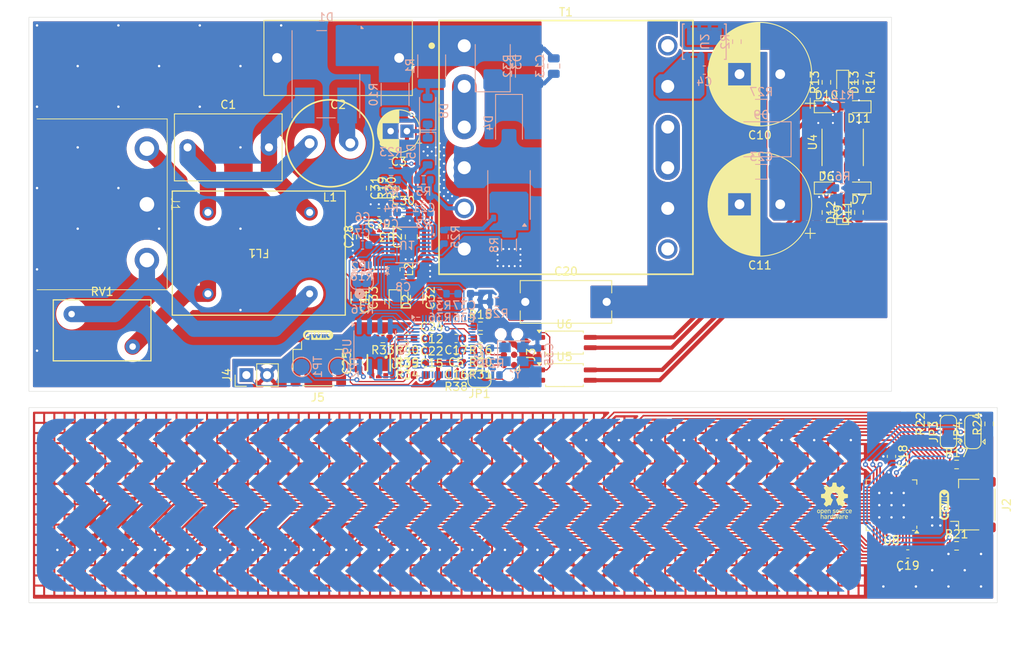
<source format=kicad_pcb>
(kicad_pcb (version 20241229) (generator "pcbnew") (generator_version "9.0")
  (layers (0 "F.Cu" signal) (2 "B.Cu" signal) (13 "F.Paste" user) (15 "B.Paste" user) (5 "F.SilkS" user "F.Silkscreen") (7 "B.SilkS" user "B.Silkscreen") (1 "F.Mask" user) (3 "B.Mask" user) (25 "Edge.Cuts" user))
  (net 0 "")
  (net 1 "GND")
  (net 2 "/LED_Driver_AC-DC/VIN")
  (net 3 "Net-(C4-Pad1)")
  (net 4 "Net-(U2-VDD)")
  (net 5 "Net-(U1-COMP+)")
  (net 6 "Net-(U1-COMP-)")
  (net 7 "Net-(U1-CT)")
  (net 8 "Net-(U1-INTVCC)")
  (net 9 "/LED_Driver_AC-DC/FB")
  (net 10 "Net-(C21-Pad1)")
  (net 11 "Net-(C21-Pad2)")
  (net 12 "Net-(D5-A)")
  (net 13 "Net-(D8-A)")
  (net 14 "/LED_Driver_AC-DC/SENSE")
  (net 15 "/LED_Driver_AC-DC/GATE")
  (net 16 "Net-(U2-SENSE)")
  (net 17 "/LED_Driver_AC-DC/DCM")
  (net 18 "/LED_Driver_AC-DC/VINSENSE")
  (net 19 "/~{FAULT}")
  (net 20 "/LED_Driver_AC-DC/VREF")
  (net 21 "Net-(U1-GATE)")
  (net 22 "Net-(T1-Pad10)")
  (net 24 "/LED_Driver_AC-DC/CTRL2")
  (net 25 "/DIM")
  (net 26 "/LED_Driver_AC-DC/CRTL3")
  (net 27 "/LED_Driver_AC-DC/AC_EMI+")
  (net 28 "/LED_Driver_AC-DC/AC_EMI-")
  (net 29 "/LED_Driver_AC-DC/VHV")
  (net 30 "/LED_Driver_AC-DC/AC_Filter+")
  (net 31 "/LED_Driver_AC-DC/FREEWHEEL")
  (net 32 "/LED_Driver_AC-DC/DRAIN")
  (net 33 "/LED_Driver_AC-DC/VCC")
  (net 34 "/LED_Driver_AC-DC/BST")
  (net 35 "+3V3")
  (net 36 "/LED_Driver_AC-DC/PRIMARY_TIE")
  (net 37 "/LED_Driver_AC-DC/3V3_FB")
  (net 38 "/DC+")
  (net 39 "/DC-")
  (net 40 "/AC-")
  (net 41 "/AC+")
  (net 42 "/LED_A")
  (net 43 "/LED_B")
  (net 44 "Net-(D6-K)")
  (net 45 "Net-(D11-A)")
  (net 46 "Net-(D12-A)")
  (net 47 "Net-(D10-K)")
  (net 48 "Net-(D12-K)")
  (net 49 "Net-(D13-K)")
  (net 50 "Net-(U8-(INT)P0[1])")
  (net 51 "Net-(R15-Pad2)")
  (net 52 "/DIR_A")
  (net 53 "Net-(R16-Pad1)")
  (net 54 "/DIR_B")
  (net 55 "/Capacitive_Touch_Sensor/SCL")
  (net 56 "Net-(U8-(PR{slash}SCL)P1[1])")
  (net 57 "/Capacitive_Touch_Sensor/SDA")
  (net 58 "Net-(U8-(PR{slash}SDA)P1[0])")
  (net 59 "/Capacitive_Touch_Sensor/ADDR0")
  (net 60 "/Capacitive_Touch_Sensor/ADDR1")
  (net 91 "/LED_Driver_AC-DC/SW")
  (net 96 "/Capacitive_Touch_Sensor/SENSE17")
  (net 97 "/Capacitive_Touch_Sensor/SENSE18")
  (net 98 "/Capacitive_Touch_Sensor/SENSE1")
  (net 99 "/Capacitive_Touch_Sensor/SENSE22")
  (net 100 "/Capacitive_Touch_Sensor/SENSE26")
  (net 101 "/Capacitive_Touch_Sensor/SENSE10")
  (net 102 "/Capacitive_Touch_Sensor/SENSE8")
  (net 103 "/Capacitive_Touch_Sensor/SENSE14")
  (net 104 "/Capacitive_Touch_Sensor/SENSE21")
  (net 105 "/Capacitive_Touch_Sensor/SENSE23")
  (net 106 "/Capacitive_Touch_Sensor/SENSE3")
  (net 107 "/Capacitive_Touch_Sensor/SENSE20")
  (net 108 "/Capacitive_Touch_Sensor/SENSE24")
  (net 109 "/Capacitive_Touch_Sensor/SENSE15")
  (net 110 "/Capacitive_Touch_Sensor/SENSE12")
  (net 111 "/Capacitive_Touch_Sensor/SENSE13")
  (net 112 "/Capacitive_Touch_Sensor/SENSE16")
  (net 113 "/Capacitive_Touch_Sensor/SENSE7")
  (net 114 "/Capacitive_Touch_Sensor/SENSE4")
  (net 115 "/Capacitive_Touch_Sensor/SENSE9")
  (net 116 "/Capacitive_Touch_Sensor/SENSE5")
  (net 117 "/Capacitive_Touch_Sensor/SENSE19")
  (net 118 "/Capacitive_Touch_Sensor/SENSE11")
  (net 119 "/Capacitive_Touch_Sensor/SENSE6")
  (net 120 "/Capacitive_Touch_Sensor/SENSE2")
  (net 121 "/Capacitive_Touch_Sensor/SENSE25")
  (net 122 "GNDPWR")
  (net 123 "+1V1")
  (net 125 "/Microcontroller/QSPI_IO3")
  (net 126 "/Microcontroller/QSPI_~{CS}")
  (net 127 "/Microcontroller/XOUT")
  (net 128 "/Microcontroller/XIN")
  (net 129 "/Microcontroller/QSPI_IO2")
  (net 130 "/Microcontroller/QSPI_IO1")
  (net 131 "/Microcontroller/QSPI_IO0")
  (net 132 "/Microcontroller/QSPI_CLK")
  (net 133 "/Microcontroller/XOUT_drive")
  (net 134 "VCC")
  (net 135 "GND1")
  (net 137 "/Microcontroller/3V3_in")
  (net 138 "/Microcontroller/SWDIO_in")
  (net 139 "/Microcontroller/SWCLK_in")
  (net 140 "/Microcontroller/TEMP_SENSE")
  (net 141 "/Microcontroller/SCL")
  (net 142 "/Microcontroller/SDA")
  (net 143 "/Microcontroller/USB_DP")
  (net 144 "/Microcontroller/USB_DM")
  (net 145 "/Microcontroller/SWDIO")
  (net 146 "/Microcontroller/PWM_DIM")
  (net 147 "/Microcontroller/SWCLK")
  (net 150 "Net-(C36-Pad1)")
  (net 151 "Net-(R33-Pad1)")
  (net 152 "/Microcontroller/USB_DP_in")
  (net 153 "/Microcontroller/USB_DM_in")
  (footprint "750817251:WE-OLLT_ER28_14_L31W31H25_PAD1.6" (layer "F.Cu") (at 160 100)
    (property "Reference" "T1")
    (property "Value" "750817251")
  )
  (footprint "Resistor_SMD:R_0603_1608Metric" (layer "F.Cu") (at 192 92 90)
    (property "Reference" "R13")
    (property "Value" "R")
  )
  (footprint "Varistor:RV_Disc_D12mm_W7.5mm_P7.5mm" (layer "F.Cu") (at 106.75 124.5 180)
    (property "Reference" "RV1")
    (property "Value" "620V")
  )
  (footprint "IEC_60320_C6:IEC_60320_C6" (layer "F.Cu") (at 94 107 -90)
    (property "Reference" "J1")
    (property "Value" "IEC_60320_C6_Receptacle")
  )
  (footprint "Capacitor_SMD:C_0603_1608Metric" (layer "F.Cu") (at 143.5 126.5)
    (property "Reference" "C22")
    (property "Value" "100n")
  )
  (footprint "Capacitor_SMD:C_0603_1608Metric" (layer "F.Cu") (at 140 108)
    (property "Reference" "C30")
    (property "Value" "100n")
  )
  (footprint "Jumper:SolderJumper-3_P1.3mm_Open_RoundedPad1.0x1.5mm" (layer "F.Cu") (at 210 135 90)
    (property "Reference" "JP4")
    (property "Value" "Jumper_3_Open")
  )
  (footprint "TRILL:OpenSourceHardware_Logo" (layer "F.Cu") (at 193 144)
    (property "Reference" "G5" (hide yes))
    (property "Value" "OpenSourceHardware_Logo")
  )
  (footprint "Capacitor_SMD:C_0805_2012Metric" (layer "F.Cu") (at 141 111 90)
    (property "Reference" "C27")
    (property "Value" "0.47u")
  )
  (footprint "Capacitor_SMD:C_0603_1608Metric" (layer "F.Cu") (at 138 105 90)
    (property "Reference" "C31")
    (property "Value" "20p")
  )
  (footprint "Capacitor_SMD:C_0805_2012Metric" (layer "F.Cu") (at 135 111 90)
    (property "Reference" "C28")
    (property "Value" "0.47u")
  )
  (footprint "Resistor_SMD:R_0603_1608Metric" (layer "F.Cu") (at 149.5 125 180)
    (property "Reference" "R30")
    (property "Value" "100")
  )
  (footprint "Connector:Tag-Connect_TC2030-IDC-NL_2x03_P1.27mm_Vertical" (layer "F.Cu") (at 153 125.5 90)
    (property "Reference" "J3")
    (property "Value" "Conn_ARM_SWD_TagConnect_TC2030-NL")
  )
  (footprint "Capacitor_SMD:C_1206_3216Metric" (layer "F.Cu") (at 141.5 118.5 -90)
    (property "Reference" "C32")
    (property "Value" "10u")
  )
  (footprint "Diode_SMD:D_0603_1608Metric" (layer "F.Cu") (at 196 105 180)
    (property "Reference" "D7")
    (property "Value" "15v")
  )
  (footprint "Capacitor_SMD:C_0603_1608Metric" (layer "F.Cu") (at 146.5 125 180)
    (property "Reference" "C5")
    (property "Value" "1u")
  )
  (footprint "435171014816:435171014816" (layer "F.Cu") (at 137 126.5 -90)
    (property "Reference" "S1")
    (property "Value" "435171014816")
  )
  (footprint "Jumper:SolderJumper-3_P1.3mm_Open_RoundedPad1.0x1.5mm" (layer "F.Cu") (at 207 135 90)
    (property "Reference" "JP3")
    (property "Value" "Jumper_3_Open")
  )
  (footprint "Capacitor_THT:C_Rect_L18.0mm_W9.0mm_P15.00mm_FKS3_FKP3" (layer "F.Cu") (at 139.5 89 180)
    (property "Reference" "C2")
    (property "Value" "0.22u")
  )
  (footprint "Capacitor_SMD:C_0603_1608Metric" (layer "F.Cu") (at 143.5 123.5)
    (property "Reference" "C24")
    (property "Value" "100n")
  )
  (footprint "Capacitor_SMD:C_0603_1608Metric" (layer "F.Cu") (at 202 150 180)
    (property "Reference" "C19")
    (property "Value" "2.2n")
  )
  (footprint "Resistor_SMD:R_0603_1608Metric" (layer "F.Cu") (at 208 149)
    (property "Reference" "R21")
    (property "Value" "100")
  )
  (footprint "Capacitor_THT:CP_Radial_D5.0mm_P2.00mm" (layer "F.Cu") (at 140.455113 98 180)
    (property "Reference" "C3")
    (property "Value" "10u")
  )
  (footprint "Diode_SMD:D_0603_1608Metric" (layer "F.Cu") (at 192 105)
    (property "Reference" "D6")
    (property "Value" "15v")
  )
  (footprint "Capacitor_SMD:C_0603_1608Metric" (layer "F.Cu") (at 143.5 128)
    (property "Reference" "C15")
    (property "Value" "1u")
  )
  (footprint "Capacitor_THT:CP_Radial_D12.5mm_P5.00mm" (layer "F.Cu") (at 186.323959 107 180)
    (property "Reference" "C11")
    (property "Value" "330u")
  )
  (footprint "Jumper:SolderJumper-2_P1.3mm_Bridged2Bar_RoundedPad1.0x1.5mm" (layer "F.Cu") (at 149.365 128.5 180)
    (property "Reference" "JP1")
    (property "Value" "SolderJumper_2_Bridged")
  )
  (footprint "Resistor_SMD:R_0603_1608Metric" (layer "F.Cu") (at 149.5 122)
    (property "Reference" "R15")
    (property "Value" "10k")
  )
  (footprint "Resistor_SMD:R_0603_1608Metric" (layer "F.Cu") (at 146.5 128 180)
    (property "Reference" "R38")
    (property "Value" "R")
  )
  (footprint "Resistor_SMD:R_0603_1608Metric" (layer "F.Cu") (at 140.5 125 180)
    (property "Reference" "R39")
    (property "Value" "4.7k")
  )
  (footprint "Capacitor_THT:CP_Radial_D12.5mm_P5.00mm" (layer "F.Cu") (at 186.323959 91 180)
    (property "Reference" "C10")
    (property "Value" "330u")
  )
  (footprint "Capacitor_SMD:C_0603_1608Metric" (layer "F.Cu") (at 134.5 126.5 90)
    (property "Reference" "C25")
    (property "Value" "100n")
  )
  (footprint "Diode_SMD:D_0603_1608Metric" (layer "F.Cu") (at 196 95 180)
    (property "Reference" "D11")
    (property "Value" "15v")
  )
  (footprint "Resistor_SMD:R_0603_1608Metric" (layer "F.Cu") (at 192 108 -90)
    (property "Reference" "R9")
    (property "Value" "10k")
  )
  (footprint "Resistor_SMD:R_0603_1608Metric" (layer "F.Cu") (at 137.5 123.5 180)
    (property "Reference" "R33")
    (property "Value" "1k")
  )
  (footprint "Inductor_SMD:L_Wuerth_MAPI-3015" (layer "F.Cu") (at 138 115 -90)
    (property "Reference" "L2")
    (property "Value" "33u")
  )
  (footprint "Capacitor_SMD:C_0603_1608Metric" (layer "F.Cu") (at 137 108 180)
    (property "Reference" "C29")
    (property "Value" "1u")
  )
  (footprint "Resistor_SMD:R_0603_1608Metric" (layer "F.Cu") (at 205 134 90)
    (property "Reference" "R22")
    (property "Value" "47k")
  )
  (footprint "Resistor_SMD:R_0603_1608Metric" (layer "F.Cu") (at 140.5 123.5 180)
    (property "Reference" "R40")
    (property "Value" "4.7k")
  )
  (footprint "Connector_PinHeader_2.54mm:PinHeader_1x02_P2.54mm_Vertical" (layer "F.Cu") (at 120.725 128 90)
    (property "Reference" "J4")
    (property "Value" "Conn_01x02_Pin")
  )
  (footprint "Capacitor_SMD:C_1206_3216Metric" (layer "F.Cu") (at 134.5 118.5 -90)
    (property "Reference" "C33")
    (property "Value" "10u")
  )
  (footprint "Package_DFN_QFN:QFN-48-1EP_6x6mm_P0.4mm_EP4.6x4.6mm" (layer "F.Cu") (at 200 144 180)
    (property "Reference" "U8")
    (property "Value" "CY8C20666A-24LQXI")
  )
  (footprint "Resistor_SMD:R_0603_1608Metric" (layer "F.Cu") (at 149.5 126.5 180)
    (property "Reference" "R31")
    (property "Value" "100")
  )
  (footprint "Capacitor_THT:C_Rect_L13.0mm_W8.0mm_P10.00mm_FKS3_FKP3_MKS4" (layer "F.Cu") (at 113.5 100)
    (property "Reference" "C1")
    (property "Value" "0.1u")
  )
  (footprint "Resistor_SMD:R_0603_1608Metric" (layer "F.Cu") (at 140.5 128)
    (property "Reference" "R35")
    (property "Value" "27.4")
  )
  (footprint "Capacitor_SMD:C_0603_1608Metric" (layer "F.Cu") (at 146.5 123.5 180)
    (property "Reference" "C17")
    (property "Value" "100n")
  )
  (footprint "Diode_SMD:D_0603_1608Metric" (layer "F.Cu") (at 194 108 90)
    (property "Reference" "D12")
    (property "Value" "D")
  )
  (footprint "Package_SO:SOP-4_4.4x2.6mm_P1.27mm" (layer "F.Cu") (at 159.8125 124)
    (property "Reference" "U6")
    (property "Value" "140356145400")
  )
  (footprint "Resistor_SMD:R_0603_1608Metric" (layer "F.Cu") (at 196 92 -90)
    (property "Reference" "R14")
    (property "Value" "R")
  )
  (footprint "Capacitor_SMD:C_0603_1608Metric" (layer "F.Cu") (at 146.5 126.5 180)
    (property "Reference" "C16")
    (property "Value" "100n")
  )
  (footprint "Resistor_SMD:R_0603_1608Metric" (layer "F.Cu") (at 196 108 90)
    (property "Reference" "R11")
    (property "Value" "100k")
  )
  (footprint "TRILL:qwiic_horizontal_SMD" (layer "F.Cu") (at 210.4 144 90)
    (property "Reference" "J2")
    (property "Value" "Conn_01x04_MountingPin")
  )
  (footprint "Capacitor_SMD:C_0805_2012Metric" (layer "F.Cu") (at 137 119 90)
    (property "Reference" "C34")
    (property "Value" "0.47u")
  )
  (footprint "Diode_SMD:D_0603_1608Metric" (layer "F.Cu") (at 194 92 -90)
    (property "Reference" "D13")
    (property "Value" "D")
  )
  (footprint "Diode_SMD:D_0603_1608Metric" (layer "F.Cu") (at 192 95)
    (property "Reference" "D10")
    (property "Value" "15v")
  )
  (footprint "TRILL:qwiic_horizontal_SMD" (layer "F.Cu") (at 129.5 127)
    (property "Reference" "J5")
    (property "Value" "Conn_01x04_MountingPin")
  )
  (footprint "Package_SO:SOP-4_4.4x2.6mm_P1.27mm" (layer "F.Cu") (at 159.8125 128)
    (property "Reference" "U5")
    (property "Value" "140356145400")
  )
  (footprint "Resistor_SMD:R_0603_1608Metric" (layer "F.Cu") (at 208 139)
    (property "Reference" "R17")
    (property "Value" "100")
  )
  (footprint "Capacitor_SMD:C_0603_1608Metric" (layer "F.Cu") (at 200 138 -90)
    (property "Reference" "C18")
    (property "Value" "0.1u")
  )
  (footprint "Resistor_SMD:R_0603_1608Metric" (layer "F.Cu") (at 136 105 -90)
    (property "Reference" "R19")
    (property "Value" "100k")
  )
  (footprint "Resistor_SMD:R_0603_1608Metric" (layer "F.Cu") (at 140.5 126.5 180)
    (property "Reference" "R34")
    (property "Value" "27.4")
  )
  (footprint "7447480102:WE-TI_1014" (layer "F.Cu") (at 131 99.5 180)
    (property "Reference" "L1")
    (property "Value" "WE-TI_1014")
  )
  (footprint "Resistor_SMD:R_0603_1608Metric" (layer "F.Cu") (at 140 105 90)
    (property "Reference" "R20")
    (property "Value" "43.2k")
  )
  (footprint "B82731H2701A030:B82731H_EPC" (layer "F.Cu") (at 128.5 118 180)
    (property "Reference" "FL1")
    (property "Value" "B82731H2701A030")
  )
  (footprint "FDMQ8205A:IC_FDMQ8205A" (layer "F.Cu") (at 194 100 90)
    (property "Reference" "U4")
    (property "Value" "FDMQ8205A")
  )
  (footprint "Resistor_SMD:R_0603_1608Metric" (layer "F.Cu") (at 212 134 90)
    (property "Reference" "R24")
    (property "Value" "47k")
  )
  (footprint "Resistor_SMD:R_0603_1608Metric" (layer "F.Cu") (at 149.5 123.5 180)
    (property "Reference" "R16")
    (property "Value" "10k")
  )
  (footprint "LMR36006:LMR36006" (layer "F.Cu") (at 138 111 180)
    (property "Reference" "U3")
    (property "Value" "LMR36006BRNXT")
  )
  (footprint "Diode_SMD:D_0603_1608Metric" (layer "F.Cu") (at 139 119 -90)
    (property "Reference" "D2")
    (property "Value" "3.425")
  )
  (footprint "Capacitor_SMD:C_0603_1608Metric" (layer "F.Cu") (at 143.5 125)
    (property "Reference" "C12")
    (property "Value" "100n")
  )
  (footprint "TRILL:TRILL_BAR_CapSense" (layer "F.Cu") (at 146 140)
    (property "Reference" "CS1" (hide yes))
    (property "Value" "TRILL_BAR-26_CapSense")
  )
  (footprint "Capacitor_THT:C_Disc_D11.0mm_W5.0mm_P10.00mm" (layer "F.Cu") (at 155 119)
    (property "Reference" "C20")
    (property "Value" "2.2n")
  )
  (footprint "TestPoint:TestPoint_Pad_D2.0mm" (layer "B.Cu") (at 132 127 90)
    (property "Reference" "TP2")
    (property "Value" "TestPoint")
  )
  (footprint "Diode_SMD:D_SOD-123" (layer "B.Cu") (at 143 100.5 -90)
    (property "Reference" "D5")
    (property "Value" "BAV20")
  )
  (footprint "PG-TSON-8-8:PG-TSON-8-8" (layer "B.Cu") (at 153 105.85 90)
    (property "Reference" "Q1" (hide yes))
    (property "Value" "IGLR65R200D2" (hide yes))
  )
  (footprint "Capacitor_SMD:C_0603_1608Metric" (layer "B.Cu") (at 135 112 180)
    (property "Reference" "C7")
    (property "Value" "10n")
  )
  (footprint "Diode_SMD:D_SMA" (layer "B.Cu") (at 153 97 -90)
    (property "Reference" "D4")
    (property "Value" "CMR1U-10M TR13 PBFREE")
  )
  (footprint "Resistor_SMD:R_0603_1608Metric" (layer "B.Cu") (at 144.5 118)
    (property "Reference" "R37")
    (property "Value" "R")
  )
  (footprint "Resistor_SMD:R_1812_4532Metric" (layer "B.Cu") (at 155.5 90 -90)
    (property "Reference" "R32")
    (property "Value" "100k")
  )
  (footprint "Capacitor_SMD:C_0603_1608Metric" (layer "B.Cu") (at 147.5 119.5)
    (property "Reference" "C36")
    (property "Value" "C")
  )
  (footprint "Resistor_SMD:R_0603_1608Metric" (layer "B.Cu") (at 138.5 102 180)
    (property "Reference" "R23")
    (property "Value" "3.48k")
  )
  (footprint "Capacitor_SMD:C_0603_1608Metric" (layer "B.Cu") (at 135 110 180)
    (property "Reference" "C6")
    (property "Value" "10n")
  )
  (footprint "Capacitor_SMD:C_0603_1608Metric" (layer "B.Cu") (at 147.5 118)
    (property "Reference" "C37")
    (property "Value" "C")
  )
  (footprint "Resistor_SMD:R_0603_1608Metric" (layer "B.Cu") (at 138.5 104)
    (property "Reference" "R7")
    (property "Value" "10k")
  )
  (footprint "TestPoint:TestPoint_Pad_D2.0mm" (layer "B.Cu") (at 127.5 127 90)
    (property "Reference" "TP1")
    (property "Value" "TestPoint")
  )
  (footprint "Resistor_SMD:R_0603_1608Metric" (layer "B.Cu") (at 142.5 104)
    (property "Reference" "R5")
    (property "Value" "150")
  )
  (footprint "Diode_SMD:D_SOD-123" (layer "B.Cu") (at 143 95.5 90)
    (property "Reference" "D8")
    (property "Value" "BAV20")
  )
  (footprint "Resistor_SMD:R_1206_3216Metric" (layer "B.Cu") (at 153 112 -90)
    (property "Reference" "R8")
    (property "Value" "30m")
  )
  (footprint "Resistor_SMD:R_0603_1608Metric" (layer "B.Cu") (at 135 118.5)
    (property "Reference" "R26")
    (property "Value" "100k")
  )
  (footprint "Resistor_SMD:R_0603_1608Metric" (layer "B.Cu") (at 138.5 106)
    (property "Reference" "R4")
    (property "Value" "9.31k")
  )
  (footprint "Capacitor_SMD:C_0805_2012Metric" (layer "B.Cu") (at 158.5 90 -90)
    (property "Reference" "C13")
    (property "Value" "1.5n")
  )
  (footprint "Resistor_SMD:R_1812_4532Metric" (layer "B.Cu") (at 143.5 90 -90)
    (property "Reference" "R1")
    (property "Value" "500k")
  )
  (footprint "Resistor_SMD:R_0603_1608Metric" (layer "B.Cu") (at 194 105 180)
    (property "Reference" "R6")
    (property "Value" "100k")
  )
  (footprint "Jumper:SolderJumper-2_P1.3mm_Bridged2Bar_RoundedPad1.0x1.5mm" (layer "B.Cu") (at 134.921168 116.436498 180)
    (property "Reference" "JP2")
    (property "Value" "SolderJumper_2_Bridged")
  )
  (footprint "Capacitor_SMD:C_0603_1608Metric" (layer "B.Cu") (at 177 90.5)
    (property "Reference" "C4")
    (property "Value" "0.47n")
  )
  (footprint "Package_DFN_QFN:QFN-56-1EP_7x7mm_P0.4mm_EP3.2x3.2mm" (layer "B.Cu") (at 145 124.5 -90)
    (property "Reference" "U7")
    (property "Value" "RP2040")
  )
  (footprint "Capacitor_SMD:C_0603_1608Metric" (layer "B.Cu") (at 138.5 108)
    (property "Reference" "C9")
    (property "Value" "47p")
  )
  (footprint "Resistor_SMD:R_1206_3216Metric" (layer "B.Cu") (at 184 95 180)
    (property "Reference" "R27")
    (property "Value" "20k")
  )
  (footprint "Capacitor_SMD:C_1206_3216Metric" (layer "B.Cu") (at 184 103 180)
    (property "Reference" "C23")
    (property "Value" "1u")
  )
  (footprint "MP9989GV_Z:QFN-4x5_MP9989_MNP" (layer "B.Cu") (at 177 87 90)
    (property "Reference" "U2")
    (property "Value" "MP9989GV-Z")
  )
  (footprint "Capacitor_SMD:C_0603_1608Metric" (layer "B.Cu") (at 142.5 106)
    (property "Reference" "C21")
    (property "Value" "4.7p")
  )
  (footprint "Diode_SMD:D_SMB" (layer "B.Cu") (at 184 99 180)
    (property "Reference" "D9")
    (property "Value" "SMBJ48A-13-F")
  )
  (footprint "Capacitor_SMD:C_0603_1608Metric" (layer "B.Cu") (at 156.488368 125.448838 90)
    (property "Reference" "C35")
    (property "Value" "33p")
  )
  (footprint "Diode_SMD:Diode_Bridge_Bourns_CD-DF4xxS" (layer "B.Cu") (at 130.5 91 180)
    (property "Reference" "D1")
    (property "Value" "CD-DF406SL")
  )
  (footprint "Resistor_SMD:R_1812_4532Metric" (layer "B.Cu") (at 139 93.5 -90)
    (property "Reference" "R10")
    (property "Value" "1M")
  )
  (footprint "LT3799MSE_PBF:MSOP-16_MSE_LIT" (layer "B.Cu") (at 140.5 112)
    (property "Reference" "U1")
    (property "Value" "LT3799EMSE-PBF")
  )
  (footprint "Package_SO:SOIC-8_3.9x4.9mm_P1.27mm" (layer "B.Cu") (at 136.5 124.5 -90)
    (property "Reference" "U9")
    (property "Value" "AT25xxx")
  )
  (footprint "Capacitor_SMD:C_0603_1608Metric" (layer "B.Cu") (at 150.7 125.448838 -90)
    (property "Reference" "C26")
    (property "Value" "33p")
  )
  (footprint "Resistor_SMD:R_0603_1608Metric" (layer "B.Cu") (at 151 128 180)
    (property "Reference" "R29")
    (property "Value" "1k")
  )
  (footprint "Resistor_SMD:R_0603_1608Metric" (layer "B.Cu") (at 194 95 180)
    (property "Reference" "R12")
    (property "Value" "R")
  )
  (footprint "Capacitor_SMD:C_0805_2012Metric" (layer "B.Cu") (at 140 115.5)
    (property "Reference" "C8")
    (property "Value" "4.7u")
  )
  (footprint "Resistor_SMD:R_0603_1608Metric" (layer "B.Cu") (at 134.921168 114.436498)
    (property "Reference" "R18")
    (property "Value" "100k")
  )
  (footprint "Crystal:Crystal_SMD_3225-4Pin_3.2x2.5mm" (layer "B.Cu") (at 153.6 125.448838)
    (property "Reference" "Y1")
    (property "Value" "830070868")
  )
  (footprint "Resistor_SMD:R_0603_1608Metric" (layer "B.Cu") (at 151.5 119)
    (property "Reference" "R28")
    (property "Value" "0")
  )
  (footprint "Diode_SMD:D_SMB" (layer "B.Cu") (at 151 89.5 90)
    (property "Reference" "D3")
    (property "Value" "SMBJ170A-13-F")
  )
  (footprint "Resistor_SMD:R_0603_1608Metric" (layer "B.Cu") (at 181 87 -90)
    (property "Reference" "R2")
    (property "Value" "300")
  )
  (footprint "Resistor_SMD:R_0603_1608Metric" (layer "B.Cu") (at 144.5 119.5)
    (property "Reference" "R36")
    (property "Value" "R")
  )
  (footprint "Resistor_SMD:R_0603_1608Metric" (layer "B.Cu") (at 145 111 90)
    (property "Reference" "R25")
    (property "Value" "20")
  )
  (footprint "Resistor_SMD:R_0603_1608Metric" (layer "B.Cu") (at 142.5 108)
    (property "Reference" "R3")
    (property "Value" "200k")
  )
  (gr_rect (start 94 132) (end 213 156) (stroke (width 0.05)) (fill no) (layer "Edge.Cuts"))
  (gr_rect (start 94 84) (end 200 130) (stroke (width 0.05)) (fill no) (layer "Edge.Cuts"))
  (segment (start 142.558063 109.316636) (end 142.96476 108.909939) (width 0.5) (layer "F.Cu") (net 2))
  (segment (start 140.2 102.197021) (end 140.2 99.8) (width 0.5) (layer "F.Cu") (net 2))
  (segment (start 135.095649 115) (end 135.3 115) (width 0.5) (layer "F.Cu") (net 2))
  (segment (start 133.985376 110.05) (end 133 111.035376) (width 0.5) (layer "F.Cu") (net 2))
  (segment (start 140.455113 99.544887) (end 140.455113 98) (width 0.5) (layer "F.Cu") (net 2))
  (segment (start 135 110.05) (end 133.985376 110.05) (width 0.5) (layer "F.Cu") (net 2))
  (segment (start 135.3 115) (end 140.550189 115) (width 0.2) (layer "F.Cu") (net 2))
  (segment (start 133 111.035376) (end 133 112.904351) (width 0.5) (layer "F.Cu") (net 2))
  (segment (start 133 112.904351) (end 135.095649 115) (width 0.5) (layer "F.Cu") (net 2))
  (segment (start 140.926 106.131133) (end 140.926 102.923021) (width 0.5) (layer "F.Cu") (net 2))
  (segment (start 142.96476 108.169893) (end 140.926 106.131133) (width 0.5) (layer "F.Cu") (net 2))
  (segment (start 142.558063 112.992126) (end 142.558063 110.05) (width 0.5) (layer "F.Cu") (net 2))
  (segment (start 142.558063 110.05) (end 141 110.05) (width 0.5) (layer "F.Cu") (net 2))
  (segment (start 142.558063 110.05) (end 142.558063 109.316636) (width 0.5) (layer "F.Cu") (net 2))
  (segment (start 142.96476 108.909939) (end 142.96476 108.169893) (width 0.5) (layer "F.Cu") (net 2))
  (segment (start 140.2 99.8) (end 140.455113 99.544887) (width 0.5) (layer "F.Cu") (net 2))
  (segment (start 140.926 102.923021) (end 140.2 102.197021) (width 0.5) (layer "F.Cu") (net 2))
  (segment (start 140.550189 115) (end 142.558063 112.992126) (width 0.5) (layer "F.Cu") (net 2))
  (via (at 142.96476 108.909939) (size 0.508) (drill 0.254) (layers "F.Cu" "B.Cu") (net 2))
  (segment (start 143 98) (end 140.455113 98) (width 0.5) (layer "B.Cu") (net 2))
  (segment (start 143.69094 111.24943) (end 142.71615 111.24943) (width 0.2) (layer "B.Cu") (net 2))
  (segment (start 142.96476 108.909939) (end 143.409939 108.909939) (width 0.2) (layer "B.Cu") (net 2))
  (segment (start 144.0849 110.85547) (end 143.69094 111.24943) (width 0.2) (layer "B.Cu") (net 2))
  (segment (start 143.409939 108.909939) (end 144.0849 109.5849) (width 0.2) (layer "B.Cu") (net 2))
  (segment (start 143 98.85) (end 143 98) (width 0.5) (layer "B.Cu") (net 2))
  (segment (start 144.0849 109.5849) (end 144.0849 110.85547) (width 0.2) (layer "B.Cu") (net 2))
  (segment (start 143 98) (end 143 97.15) (width 0.5) (layer "B.Cu") (net 2))
  (segment (start 178.905 88.849999) (end 177.775 89.979999) (width 0.2) (layer "B.Cu") (net 4))
  (segment (start 177.775 89.979999) (end 177.775 90.5) (width 0.2) (layer "B.Cu") (net 4))
  (segment (start 135.775 110.475) (end 135.775 110) (width 0.2) (layer "B.Cu") (net 5))
  (segment (start 138.28385 110.74905) (end 136.04905 110.74905) (width 0.2) (layer "B.Cu") (net 5))
  (segment (start 136.04905 110.74905) (end 135.775 110.475) (width 0.2) (layer "B.Cu") (net 5))
  (segment (start 136.595007 108.823) (end 135.15979 108.823) (width 0.2) (layer "B.Cu") (net 6))
  (segment (start 134.225 109.75779) (end 134.225 110) (width 0.2) (layer "B.Cu") (net 6))
  (segment (start 135.15979 108.823) (end 134.225 109.75779) (width 0.2) (layer "B.Cu") (net 6))
  (segment (start 137.4 110.1) (end 137.4 109.627993) (width 0.2) (layer "B.Cu") (net 6))
  (segment (start 137.4 109.627993) (end 136.595007 108.823) (width 0.2) (layer "B.Cu") (net 6))
  (segment (start 137.54867 110.24867) (end 137.4 110.1) (width 0.2) (layer "B.Cu") (net 6))
  (segment (start 138.28385 110.24867) (end 137.54867 110.24867) (width 0.2) (layer "B.Cu") (net 6))
  (segment (start 136.4 112) (end 135.775 112) (width 0.2) (layer "B.Cu") (net 7))
  (segment (start 138.28385 111.24943) (end 137.15057 111.24943) (width 0.2) (layer "B.Cu") (net 7))
  (segment (start 137.15057 111.24943) (end 136.4 112) (width 0.2) (layer "B.Cu") (net 7))
  (segment (start 141.80808 112.25019) (end 141.6773 112.38097) (width 0.2) (layer "B.Cu") (net 8))
  (segment (start 141.6773 114.7727) (end 140.95 115.5) (width 0.2) (layer "B.Cu") (net 8))
  (segment (start 142.71615 112.25019) (end 141.80808 112.25019) (width 0.2) (layer "B.Cu") (net 8))
  (segment (start 141.6773 112.38097) (end 141.6773 114.7727) (width 0.2) (layer "B.Cu") (net 8))
  (segment (start 141.675 108.975) (end 141.675 108) (width 0.2) (layer "B.Cu") (net 9))
  (segment (start 141.675 108) (end 139.275 108) (width 0.2) (layer "B.Cu") (net 9))
  (segment (start 142.71615 110.24867) (end 142.71615 110.01615) (width 0.2) (layer "B.Cu") (net 9))
  (segment (start 142.71615 110.01615) (end 141.675 108.975) (width 0.2) (layer "B.Cu") (net 9))
  (segment (start 139.675 106) (end 141.675 108) (width 0.2) (layer "B.Cu") (net 9))
  (segment (start 139.325 106) (end 139.675 106) (width 0.2) (layer "B.Cu") (net 9))
  (segment (start 139.325 104) (end 139.725 104) (width 0.2) (layer "B.Cu") (net 10))
  (segment (start 139.725 104) (end 141.725 106) (width 0.2) (layer "B.Cu") (net 10))
  (segment (start 143.325 108) (end 143.325 106.05) (width 0.2) (layer "B.Cu") (net 11))
  (segment (start 143.9 106) (end 145.4 107.5) (width 0.5) (layer "B.Cu") (net 11))
  (segment (start 145.4 107.5) (end 147.5 107.5) (width 0.5) (layer "B.Cu") (net 11))
  (segment (start 143.325 106.05) (end 143.275 106) (width 0.2) (layer "B.Cu") (net 11))
  (segment (start 143.275 104.05) (end 143.325 104) (width 0.5) (layer "B.Cu") (net 11))
  (segment (start 143.275 106) (end 143.275 104.05) (width 0.5) (layer "B.Cu") (net 11))
  (segment (start 143.275 106) (end 143.9 106) (width 0.5) (layer "B.Cu") (net 11))
  (segment (start 141.675 104) (end 141.675 103.475) (width 0.5) (layer "B.Cu") (net 12))
  (segment (start 141.675 103.475) (end 143 102.15) (width 0.5) (layer "B.Cu") (net 12))
  (segment (start 143 92.6375) (end 143.5 92.1375) (width 0.5) (layer "B.Cu") (net 13))
  (segment (start 143 93.85) (end 143 92.6375) (width 0.5) (layer "B.Cu") (net 13))
  (segment (start 144.763114 113.25095) (end 145.999 112.015064) (width 0.2) (layer "B.Cu") (net 14))
  (segment (start 142.71615 113.25095) (end 144.763114 113.25095) (width 0.2) (layer "B.Cu") (net 14))
  (segment (start 147.339765 110.5375) (end 153 110.5375) (width 0.2) (layer "B.Cu") (net 14))
  (segment (start 145.999 112.015064) (end 145.999 111.878265) (width 0.2) (layer "B.Cu") (net 14))
  (segment (start 145.999 111.878265) (end 147.339765 110.5375) (width 0.2) (layer "B.Cu") (net 14))
  (segment (start 145.1885 109.9865) (end 149.8035 109.9865) (width 0.5) (layer "B.Cu") (net 15))
  (segment (start 149.8035 109.9865) (end 151.1 108.69) (width 0.5) (layer "B.Cu") (net 15))
  (segment (start 145 110.175) (end 145.1885 109.9865) (width 0.5) (layer "B.Cu") (net 15))
  (segment (start 178.659999 87.825) (end 181 87.825) (width 0.2) (layer "B.Cu") (net 16))
  (segment (start 177.635 88.849999) (end 178.659999 87.825) (width 0.2) (layer "B.Cu") (net 16))
  (segment (start 138.451 104.776) (end 137.675 104) (width 0.2) (layer "B.Cu") (net 17))
  (segment (start 139.376 104.776) (end 138.451 104.776) (width 0.2) (layer "B.Cu") (net 17))
  (segment (start 141.524 107.224) (end 140.4 106.1) (width 0.2) (layer "B.Cu") (net 17))
  (segment (start 143.45095 110.74905) (end 143.6839 110.5161) (width 0.2) (layer "B.Cu") (net 17))
  (segment (start 142.376 107.511936) (end 142.088064 107.224) (width 0.2) (layer "B.Cu") (net 17))
  (segment (start 142.8671 109.6) (end 142.376 109.1089) (width 0.2) (layer "B.Cu") (net 17))
  (segment (start 142.376 109.1089) (end 142.376 107.511936) (width 0.2) (layer "B.Cu") (net 17))
  (segment (start 142.088064 107.224) (end 141.524 107.224) (width 0.2) (layer "B.Cu") (net 17))
  (segment (start 140.4 106.1) (end 140.4 105.8) (width 0.2) (layer "B.Cu") (net 17))
  (segment (start 140.4 105.8) (end 139.376 104.776) (width 0.2) (layer "B.Cu") (net 17))
  (segment (start 142.71615 110.74905) (end 143.45095 110.74905) (width 0.2) (layer "B.Cu") (net 17))
  (segment (start 143.6839 109.751) (end 143.5329 109.6) (width 0.2) (layer "B.Cu") (net 17))
  (segment (start 143.5329 109.6) (end 142.8671 109.6) (width 0.2) (layer "B.Cu") (net 17))
  (segment (start 143.6839 110.5161) (end 143.6839 109.751) (width 0.2) (layer "B.Cu") (net 17))
  (segment (start 141.556113 102.2) (end 141.556113 102.156113) (width 0.2) (layer "F.Cu") (net 18))
  (segment (start 141.556113 102.156113) (end 141.4 102) (width 0.2) (layer "F.Cu") (net 18))
  (segment (start 143.51976 108.68005) (end 143.51576 108.67605) (width 0.2) (layer "F.Cu") (net 18))
  (segment (start 141 102) (end 141.4 102) (width 0.2) (layer "F.Cu") (net 18))
  (segment (start 141.556113 101.843887) (end 141.4 102) (width 0.2) (layer "F.Cu") (net 18))
  (segment (start 143.51976 109.139828) (end 143.51976 108.68005) (width 0.2) (layer "F.Cu") (net 18))
  (segment (start 143.192992 107.618893) (end 143 107.425901) (width 0.2) (layer "F.Cu") (net 18))
  (segment (start 143.109063 112.914013) (end 143.109063 112.763894) (width 0.2) (layer "F.Cu") (net 18))
  (segment (start 143.109063 109.544868) (end 143.188992 109.464939) (width 0.2) (layer "F.Cu") (net 18))
  (segment (start 141.556113 102) (end 141.556113 102.2) (width 0.2) (layer "F.Cu") (net 18))
  (segment (start 141.4 102) (end 141.556113 102) (width 0.2) (layer "F.Cu") (net 18))
  (segment (start 143.188992 109.464939) (end 143.194649 109.464939) (width 0.2) (layer "F.Cu") (net 18))
  (segment (start 141.556113 96.556113) (end 141.556113 101.8) (width 0.2) (layer "F.Cu") (net 18))
  (segment (start 141.556113 105.956113) (end 141.556113 102.2) (width 0.2) (layer "F.Cu") (net 18))
  (segment (start 143 107.425901) (end 143 107.4) (width 0.2) (layer "F.Cu") (net 18))
  (segment (start 143 107.4) (end 141.556113 105.956113) (width 0.2) (layer "F.Cu") (net 18))
  (segment (start 143.194649 109.464939) (end 143.51976 109.139828) (width 0.2) (layer "F.Cu") (net 18))
  (segment (start 143.109063 109.821768) (end 143.109063 109.544868) (width 0.2) (layer "F.Cu") (net 18))
  (segment (start 143.109063 112.763894) (end 143.109063 110.278232) (width 0.2) (layer "F.Cu") (net 18))
  (segment (start 143.109063 110.278232) (end 143.109063 109.821768) (width 0.2) (layer "F.Cu") (net 18))
  (segment (start 141 96) (end 141.556113 96.556113) (width 0.2) (layer "F.Cu") (net 18))
  (segment (start 141.556113 101.8) (end 141.556113 102) (width 0.2) (layer "F.Cu") (net 18))
  (segment (start 143.51576 108.67605) (end 143.51576 108.398125) (width 0.2) (layer "F.Cu") (net 18))
  (segment (start 141.556113 101.8) (end 141.556113 101.843887) (width 0.2) (layer "F.Cu") (net 18))
  (segment (start 144 113.80495) (end 143.109063 112.914013) (width 0.2) (layer "F.Cu") (net 18))
  (segment (start 143.51576 108.398125) (end 143.51576 107.941661) (width 0.2) (layer "F.Cu") (net 18))
  (segment (start 143.51576 107.941661) (end 143.192992 107.618893) (width 0.2) (layer "F.Cu") (net 18))
  (via (at 141 102) (size 0.508) (drill 0.254) (layers "F.Cu" "B.Cu") (net 18))
  (via (at 141 96) (size 0.508) (drill 0.254) (layers "F.Cu" "B.Cu") (net 18))
  (via (at 144 113.80495) (size 0.508) (drill 0.254) (layers "F.Cu" "B.Cu") (net 18))
  (segment (start 139.5 95.6375) (end 140.6375 95.6375) (width 0.2) (layer "B.Cu") (net 18))
  (segment (start 144 113.80495) (end 142.76977 113.80495) (width 0.2) (layer "B.Cu") (net 18))
  (segment (start 142.76977 113.80495) (end 142.71615 113.75133) (width 0.2) (layer "B.Cu") (net 18))
  (segment (start 141 102) (end 139.325 102) (width 0.2) (layer "B.Cu") (net 18))
  (segment (start 140.6375 95.6375) (end 141 96) (width 0.2) (layer "B.Cu") (net 18))
  (segment (start 139.2278 112.6722) (end 139.2278 112.33367) (width 0.1524) (layer "B.Cu") (net 19))
  (segment (start 137.73177 114.16823) (end 139.2278 114.16823) (width 0.1524) (layer "B.Cu") (net 19))
  (segment (start 146.810854 116.8944) (end 144.719184 116.8944) (width 0.1524) (layer "B.Cu") (net 19))
  (segment (start 137.245255 111.74981) (end 138.28385 111.74981) (width 0.2) (layer "B.Cu") (net 19))
  (segment (start 144 121.0625) (end 144 120.560883) (width 0.1524) (layer "B.Cu") (net 19))
  (segment (start 139.2278 113.16747) (end 139.2278 112.83405) (width 0.1524) (layer "B.Cu") (net 19))
  (segment (start 144.719184 116.8944) (end 144.719183 116.8944) (width 0.1524) (layer "B.Cu") (net 19))
  (segment (start 135.50011 113.5) (end 136.526 112.47411) (width 0.2) (layer "B.Cu") (net 19))
  (segment (start 147.4522 119.964254) (end 147.4522 118.464254) (width 0.1524) (layer "B.Cu") (net 19))
  (segment (start 143.398584 116.8944) (end 143.105817 116.8944) (width 0.1524) (layer "B.Cu") (net 19))
  (segment (start 134.240502 113.826598) (end 134.5671 113.5) (width 0.2) (layer "B.Cu") (net 19))
  (segment (start 137.6576 114.2424) (end 137.73177 114.16823) (width 0.1524) (layer "B.Cu") (net 19))
  (segment (start 137.6576 118.270416) (end 137.6576 114.2424) (width 0.1524) (layer "B.Cu") (net 19))
  (segment (start 134.096168 114.436498) (end 134.096168 113.970932) (width 0.2) (layer "B.Cu") (net 19))
  (segment (start 139.2278 112.33367) (end 139.2278 111.83329) (width 0.1524) (layer "B.Cu") (net 19))
  (segment (start 139.2278 113.66785) (end 139.2278 113.33443) (width 0.1524) (layer "B.Cu") (net 19))
  (segment (start 147.4522 118.464254) (end 147.4522 117.535746) (width 0.1524) (layer "B.Cu") (net 19))
  (segment (start 134.5671 113.5) (end 135.50011 113.5) (width 0.2) (layer "B.Cu") (net 19))
  (segment (start 140.641016 119.3592) (end 138.746384 119.3592) (width 0.1524) (layer "B.Cu") (net 19))
  (segment (start 139.2278 114.16823) (end 139.2278 113.66785) (width 0.1524) (layer "B.Cu") (net 19))
  (segment (start 138.746384 119.3592) (end 137.6576 118.270416) (width 0.1524) (layer "B.Cu") (net 19))
  (segment (start 139.14432 111.74981) (end 138.28385 111.74981) (width 0.1524) (layer "B.Cu") (net 19))
  (segment (start 143.105816 116.8944) (end 140.641016 119.3592) (width 0.1524) (layer "B.Cu") (net 19))
  (segment (start 147.164254 120.2522) (end 147.4522 119.964254) (width 0.1524) (layer "B.Cu") (net 19))
  (segment (start 144.308683 120.2522) (end 147.164254 120.2522) (width 0.1524) (layer "B.Cu") (net 19))
  (segment (start 139.2278 111.83329) (end 139.14432 111.74981) (width 0.1524) (layer "B.Cu") (net 19))
  (segment (start 144 120.560883) (end 144.308683 120.2522) (width 0.1524) (layer "B.Cu") (net 19))
  (segment (start 139.2278 112.83405) (end 139.2278 112.6722) (width 0.1524) (layer "B.Cu") (net 19))
  (segment (start 136.526 112.47411) (end 136.526 112.469065) (width 0.2) (layer "B.Cu") (net 19))
  (segment (start 144.426416 116.8944) (end 143.398584 116.8944) (width 0.1524) (layer "B.Cu") (net 19))
  (segment (start 136.526 112.469065) (end 137.245255 111.74981) (width 0.2) (layer "B.Cu") (net 19))
  (segment (start 144.719183 116.8944) (end 144.426416 116.8944) (width 0.1524) (layer "B.Cu") (net 19))
  (segment (start 147.4522 117.535746) (end 147.164254 117.2478) (width 0.1524) (layer "B.Cu") (net 19))
  (segment (start 147.164254 117.2478) (end 146.810854 116.8944) (width 0.1524) (layer "B.Cu") (net 19))
  (segment (start 139.2278 113.33443) (end 139.2278 113.16747) (width 0.1524) (layer "B.Cu") (net 19))
  (segment (start 143.105817 116.8944) (end 143.105816 116.8944) (width 0.1524) (layer "B.Cu") (net 19))
  (segment (start 134.096168 113.970932) (end 134.240502 113.826598) (width 0.2) (layer "B.Cu") (net 19))
  (segment (start 134.175 118.5) (end 134.175 116.532666) (width 0.2) (layer "B.Cu") (net 20))
  (segment (start 135.746168 114.436498) (end 135.363502 114.436498) (width 0.2) (layer "B.Cu") (net 20))
  (segment (start 135.825 114.357666) (end 135.746168 114.436498) (width 0.2) (layer "B.Cu") (net 20))
  (segment (start 138.28385 112.25019) (end 137.31702 112.25019) (width 0.2) (layer "B.Cu") (net 20))
  (segment (start 135.825 113.74221) (end 135.825 114.357666) (width 0.2) (layer "B.Cu") (net 20))
  (segment (start 134.175 116.532666) (end 134.271168 116.436498) (width 0.2) (layer "B.Cu") (net 20))
  (segment (start 134.271168 115.528832) (end 134.271168 116.436498) (width 0.2) (layer "B.Cu") (net 20))
  (segment (start 137.31702 112.25019) (end 135.825 113.74221) (width 0.2) (layer "B.Cu") (net 20))
  (segment (start 135.363502 114.436498) (end 134.271168 115.528832) (width 0.2) (layer "B.Cu") (net 20))
  (segment (start 145 111.825) (end 144.12505 112.69995) (width 0.5) (layer "B.Cu") (net 21))
  (segment (start 142.71615 112.75057) (end 144.07443 112.75057) (width 0.2) (layer "B.Cu") (net 21))
  (segment (start 144.12505 112.69995) (end 144.07443 112.69995) (width 0.5) (layer "B.Cu") (net 21))
  (segment (start 137.099999 110.177935) (end 136.725 109.802936) (width 0.2) (layer "F.Cu") (net 24))
  (segment (start 137.099999 110.325) (end 137.099999 110.177935) (width 0.2) (layer "F.Cu") (net 24))
  (via (at 136.725 109.802936) (size 0.6) (drill 0.3) (layers "F.Cu" "B.Cu") (net 24))
  (segment (start 135.825 117.775) (end 135.825 118.5) (width 0.2) (layer "B.Cu") (net 24))
  (segment (start 133.761936 119.276) (end 133.395168 118.909232) (width 0.2) (layer "B.Cu") (net 24))
  (segment (start 137.45046 113.25095) (end 136.927 113.77441) (width 0.2) (layer "B.Cu") (net 24))
  (segment (start 136.927 116.673) (end 135.825 117.775) (width 0.2) (layer "B.Cu") (net 24))
  (segment (start 135.024 109.52589) (end 135.32589 109.224) (width 0.2) (layer "B.Cu") (net 24))
  (segment (start 138.28385 113.25095) (end 137.45046 113.25095) (width 0.2) (layer "B.Cu") (net 24))
  (segment (start 135.32589 109.224) (end 136.22411 109.224) (width 0.2) (layer "B.Cu") (net 24))
  (segment (start 133.395168 113.948434) (end 133.683104 113.660498) (width 0.2) (layer "B.Cu") (net 24))
  (segment (start 136.22411 109.224) (end 136.725 109.72489) (width 0.2) (layer "B.Cu") (net 24))
  (segment (start 133.839502 113.660498) (end 134.72211 112.77789) (width 0.2) (layer "B.Cu") (net 24))
  (segment (start 135.825 118.5) (end 135.825 119.075) (width 0.2) (layer "B.Cu") (net 24))
  (segment (start 136.927 113.77441) (end 136.927 116.673) (width 0.2) (layer "B.Cu") (net 24))
  (segment (start 133.683104 113.660498) (end 133.839502 113.660498) (width 0.2) (layer "B.Cu") (net 24))
  (segment (start 135.825 119.075) (end 135.624 119.276) (width 0.2) (layer "B.Cu") (net 24))
  (segment (start 135.624 119.276) (end 133.761936 119.276) (width 0.2) (layer "B.Cu") (net 24))
  (segment (start 134.72211 112.77789) (end 134.72211 112.776) (width 0.2) (layer "B.Cu") (net 24))
  (segment (start 136.725 109.72489) (end 136.725 109.802936) (width 0.2) (layer "B.Cu") (net 24))
  (segment (start 135.024 112.47411) (end 135.024 109.52589) (width 0.2) (layer "B.Cu") (net 24))
  (segment (start 134.72211 112.776) (end 135.024 112.47411) (width 0.2) (layer "B.Cu") (net 24))
  (segment (start 133.395168 118.909232) (end 133.395168 113.948434) (width 0.2) (layer "B.Cu") (net 24))
  (segment (start 145.325 118) (end 144.5728 117.2478) (width 0.1524) (layer "B.Cu") (net 25))
  (segment (start 137.3042 118.4168) (end 137.3042 113.930652) (width 0.1524) (layer "B.Cu") (net 25))
  (segment (start 144.5728 117.2478) (end 143.2522 117.2478) (width 0.1524) (layer "B.Cu") (net 25))
  (segment (start 145.325 118) (end 146.725 118) (width 0.1524) (layer "B.Cu") (net 25))
  (segment (start 138.6 119.7126) (end 137.3042 118.4168) (width 0.1524) (layer "B.Cu") (net 25))
  (segment (start 137.3042 113.930652) (end 137.483522 113.75133) (width 0.1524) (layer "B.Cu") (net 25))
  (segment (start 143.2522 117.2478) (end 140.7874 119.7126) (width 0.1524) (layer "B.Cu") (net 25))
  (segment (start 137.483522 113.75133) (end 138.28385 113.75133) (width 0.1524) (layer "B.Cu") (net 25))
  (segment (start 140.7874 119.7126) (end 138.6 119.7126) (width 0.1524) (layer "B.Cu") (net 25))
  (segment (start 136.526 114.874) (end 136.526 113.60831) (width 0.2) (layer "B.Cu") (net 26))
  (segment (start 135.571168 115.828832) (end 136.526 114.874) (width 0.2) (layer "B.Cu") (net 26))
  (segment (start 135.571168 116.436498) (end 135.571168 115.828832) (width 0.2) (layer "B.Cu") (net 26))
  (segment (start 136.526 113.60831) (end 137.38374 112.75057) (width 0.2) (layer "B.Cu") (net 26))
  (segment (start 137.38374 112.75057) (end 138.28385 112.75057) (width 0.2) (layer "B.Cu") (net 26))
  (segment (start 116 108) (end 116 102.5) (width 2) (layer "F.Cu") (net 27))
  (segment (start 116 102.5) (end 113.5 100) (width 2) (layer "F.Cu") (net 27))
  (segment (start 116 104) (end 124 104) (width 2) (layer "B.Cu") (net 27))
  (segment (start 113.5 100) (end 113.5 101.5) (width 2) (layer "B.Cu") (net 27))
  (segment (start 113.5 101.5) (end 116 104) (width 2) (layer "B.Cu") (net 27))
  (segment (start 124 104) (end 128.5 99.5) (width 2) (layer "B.Cu") (net 27))
  (segment (start 123.5 103) (end 128.5 108) (width 2) (layer "F.Cu") (net 28))
  (segment (start 123.5 100) (end 123.5 103) (width 2) (layer "F.Cu") (net 28))
  (segment (start 123.5 98.5) (end 123.5 100) (width 2) (layer "B.Cu") (net 28))
  (segment (start 127.9 94.85) (end 127.15 94.85) (width 2) (layer "B.Cu") (net 28))
  (segment (start 127.15 94.85) (end 123.5 98.5) (width 2) (layer "B.Cu") (net 28))
  (segment (start 147.5 87.5) (end 141 87.5) (width 2) (layer "F.Cu") (net 29))
  (segment (start 141 87.5) (end 139.5 89) (width 2) (layer "F.Cu") (net 29))
  (segment (start 155.5 87.8625) (end 157.3125 87.8625) (width 0.5) (layer "B.Cu") (net 29))
  (segment (start 157.3125 87.8625) (end 158.5 89.05) (width 0.5) (layer "B.Cu") (net 29))
  (segment (start 133.1 99.1) (end 133.5 99.5) (width 2) (layer "B.Cu") (net 30))
  (segment (start 133.1 94.85) (end 133.1 99.1) (width 2) (layer "B.Cu") (net 30))
  (segment (start 155.5 92.1375) (end 157.3125 92.1375) (width 0.5) (layer "B.Cu") (net 31))
  (segment (start 157.3125 92.1375) (end 158.5 90.95) (width 0.5) (layer "B.Cu") (net 31))
  (segment (start 138.555 108.770111) (end 137.784889 108) (width 0.2) (layer "F.Cu") (net 33))
  (segment (start 138.555 109.544999) (end 138.555 108.770111) (width 0.2) (layer "F.Cu") (net 33))
  (segment (start 138.499999 109.6) (end 138.555 109.544999) (width 0.2) (layer "F.Cu") (net 33))
  (segment (start 137.784889 108) (end 137.775 108) (width 0.2) (layer "F.Cu") (net 33))
  (segment (start 139.225 110.000001) (end 139.225 108) (width 0.2) (layer "F.Cu") (net 34))
  (segment (start 138.900001 110.325) (end 139.225 110.000001) (width 0.2) (layer "F.Cu") (net 34))
  (segment (start 142.7 128.025) (end 142.725 128) (width 0.1524) (layer "F.Cu") (net 35))
  (segment (start 141.238547 124.913547) (end 141.325 125) (width 0.1524) (layer "F.Cu") (net 35))
  (segment (start 140.575 124.913547) (end 141.238547 124.913547) (width 0.1524) (layer "F.Cu") (net 35))
  (segment (start 142.177029 128.540238) (end 142.692267 128.025) (width 0.1524) (layer "F.Cu") (net 35))
  (segment (start 136 104.175) (end 132.4 107.775) (width 0.2) (layer "F.Cu") (net 35))
  (segment (start 132.4 107.775) (end 132.4 114.925) (width 0.2) (layer "F.Cu") (net 35))
  (segment (start 142.692267 128.025) (end 142.7 128.025) (width 0.1524) (layer "F.Cu") (net 35))
  (segment (start 135.1 128.2) (end 135.1 127.875) (width 0.1524) (layer "F.Cu") (net 35))
  (segment (start 135.1 127.875) (end 134.5 127.275) (width 0.1524) (layer "F.Cu") (net 35))
  (segment (start 132.4 114.925) (end 134.5 117.025) (width 0.2) (layer "F.Cu") (net 35))
  (via (at 147.275 123.5) (size 0.6) (drill 0.3) (layers "F.Cu" "B.Cu") (net 35))
  (via (at 135.1 128.2) (size 0.6) (drill 0.3) (layers "F.Cu" "B.Cu") (net 35))
  (via (at 142.725 123.5) (size 0.6) (drill 0.3) (layers "F.Cu" "B.Cu") (net 35))
  (via (at 147.275 126.9) (size 0.6) (drill 0.3) (layers "F.Cu" "B.Cu") (net 35))
  (via (at 142.4 126.9) (size 0.6) (drill 0.3) (layers "F.Cu" "B.Cu") (net 35))
  (via (at 142.177029 128.540238) (size 0.6) (drill 0.3) (layers "F.Cu" "B.Cu") (net 35))
  (via (at 140.575 124.913547) (size 0.6) (drill 0.3) (layers "F.Cu" "B.Cu") (net 35))
  (segment (start 147.7 126.5) (end 147.9 126.3) (width 0.1524) (layer "B.Cu") (net 35))
  (segment (start 146 127.1) (end 146 127) (width 0.1524) (layer "B.Cu") (net 35))
  (segment (start 142.200001 126.699999) (end 141.5625 126.699999) (width 0.1524) (layer "B.Cu") (net 35))
  (segment (start 142.2 127.1) (end 141.5625 127.1) (width 0.1524) (layer "B.Cu") (net 35))
  (segment (start 145.8 126.9) (end 146.2 126.9) (width 0.1524) (layer "B.Cu") (net 35))
  (segment (start 141.5625 125.100001) (end 140.761454 125.100001) (width 0.1524) (layer "B.Cu") (net 35))
  (segment (start 146 127) (end 146.1 126.9) (width 0.1524) (layer "B.Cu") (net 35))
  (segment (start 134.595 126.975) (end 134.595 127.695) (width 0.1524) (layer "B.Cu") (net 35))
  (segment (start 146.2 126.9) (end 146.535884 126.9) (width 0.1524) (layer "B.Cu") (net 35))
  (segment (start 142.177029 128.540238) (end 142.4 128.317267) (width 0.1524) (layer "B.Cu") (net 35))
  (segment (start 147.275 126.9) (end 147.675 126.5) (width 0.1524) (layer "B.Cu") (net 35))
  (segment (start 134.595 127.695) (end 135.1 128.2) (width 0.1524) (layer "B.Cu") (net 35))
  (segment (start 140.788547 124.7) (end 140.575 124.913547) (width 0.1524) (layer "B.Cu") (net 35))
  (segment (start 142.299 122.060915) (end 142.299 122.539085) (width 0.1524) (layer "B.Cu") (net 35))
  (segment (start 142.4 121.959915) (end 142.299 122.060915) (width 0.1524) (layer "B.Cu") (net 35))
  (segment (start 147.9 124.7) (end 147.275 124.075) (width 0.1524) (layer "B.Cu") (net 35))
  (segment (start 142.4 121.0625) (end 142.4 121.959915) (width 0.1524) (layer "B.Cu") (net 35))
  (segment (start 142.299 122.539085) (end 142.725 122.965085) (width 0.1524) (layer "B.Cu") (net 35))
  (segment (start 145.9 126.9) (end 145.8 126.9) (width 0.1524) (layer "B.Cu") (net 35))
  (segment (start 140.761454 125.100001) (end 140.575 124.913547) (width 0.1524) (layer "B.Cu") (net 35))
  (segment (start 146 127.9375) (end 146 127.1) (width 0.1524) (layer "B.Cu") (net 35))
  (segment (start 147.275 126.9) (end 146.535884 126.9) (width 0.1524) (layer "B.Cu") (net 35))
  (segment (start 142.4 126.899998) (end 142.200001 126.699999) (width 0.1524) (layer "B.Cu") (net 35))
  (segment (start 142.725 122.965085) (end 142.725 123.5) (width 0.1524) (layer "B.Cu") (net 35))
  (segment (start 142.4 126.9) (end 142.4 126.899998) (width 0.1524) (layer "B.Cu") (net 35))
  (segment (start 147.9 126.3) (end 148.4375 126.3) (width 0.1524) (layer "B.Cu") (net 35))
  (segment (start 147.675 126.5) (end 147.7 126.5) (width 0.1524) (layer "B.Cu") (net 35))
  (segment (start 142.4 126.9) (end 142.2 127.1) (width 0.1524) (layer "B.Cu") (net 35))
  (segment (start 142.4 126.9) (end 145.8 126.9) (width 0.1524) (layer "B.Cu") (net 35))
  (segment (start 141.5625 124.7) (end 140.788547 124.7) (width 0.1524) (layer "B.Cu") (net 35))
  (segment (start 142.4 128.317267) (end 142.4 127.9375) (width 0.1524) (layer "B.Cu") (net 35))
  (segment (start 148.4375 124.7) (end 147.9 124.7) (width 0.1524) (layer "B.Cu") (net 35))
  (segment (start 146 121.7456) (end 147.275 123.0206) (width 0.1524) (layer "B.Cu") (net 35))
  (segment (start 146 127) (end 145.9 126.9) (width 0.1524) (layer "B.Cu") (net 35))
  (segment (start 146.1 126.9) (end 146.2 126.9) (width 0.1524) (layer "B.Cu") (net 35))
  (segment (start 147.275 123.0206) (end 147.275 123.5) (width 0.1524) (layer "B.Cu") (net 35))
  (segment (start 147.275 124.075) (end 147.275 123.5) (width 0.1524) (layer "B.Cu") (net 35))
  (segment (start 146 121.0625) (end 146 121.7456) (width 0.1524) (layer "B.Cu") (net 35))
  (segment (start 136.973943 109.201936) (end 136.901936 109.201936) (width 0.2) (layer "F.Cu") (net 37))
  (segment (start 135 106.825) (end 136 105.825) (width 0.2) (layer "F.Cu") (net 37))
  (segment (start 137.072007 109.3) (end 136.973943 109.201936) (width 0.2) (layer "F.Cu") (net 37))
  (segment (start 136.9 109.2) (end 135.5 109.2) (width 0.2) (layer "F.Cu") (net 37))
  (segment (start 135.5 109.2) (end 135 108.7) (width 0.2) (layer "F.Cu") (net 37))
  (segment (start 135 108.7) (end 135 106.825) (width 0.2) (layer "F.Cu") (net 37))
  (segment (start 136.901936 109.201936) (end 136.9 109.2) (width 0.2) (layer "F.Cu") (net 37))
  (segment (start 137.200001 109.3) (end 137.072007 109.3) (width 0.2) (layer "F.Cu") (net 37))
  (segment (start 136 105.825) (end 140 105.825) (width 0.2) (layer "F.Cu") (net 37))
  (segment (start 137.500001 109.6) (end 137.200001 109.3) (width 0.2) (layer "F.Cu") (net 37))
  (segment (start 195.2 102.075) (end 195.2 103.4125) (width 0.5) (layer "F.Cu") (net 38))
  (segment (start 195.2 97.925) (end 195.2 96.5875) (width 0.5) (layer "F.Cu") (net 38))
  (segment (start 196 102.075) (end 196 104) (width 0.5) (layer "F.Cu") (net 38))
  (segment (start 195.2 103.4125) (end 196 104.2125) (width 0.5) (layer "F.Cu") (net 38))
  (segment (start 196 97) (end 196 96) (width 0.5) (layer "F.Cu") (net 38))
  (segment (start 196 97.925) (end 196 97) (width 0.5) (layer "F.Cu") (net 38))
  (segment (start 196 96) (end 196 95.7875) (width 0.5) (layer "F.Cu") (net 38))
  (segment (start 196 107.175) (end 196 105.7875) (width 0.5) (layer "F.Cu") (net 38))
  (segment (start 196 104) (end 196 104.2125) (width 0.5) (layer "F.Cu") (net 38))
  (segment (start 196 105.7875) (end 196.7875 105) (width 0.5) (layer "F.Cu") (net 38))
  (segment (start 196 104.2125) (end 196.7875 105) (width 0.5) (layer "F.Cu") (net 38))
  (segment (start 195.2 96.5875) (end 196 95.7875) (width 0.5) (layer "F.Cu") (net 38))
  (segment (start 196 94.2125) (end 196.7875 95) (width 0.5) (layer "F.Cu") (net 38))
  (segment (start 196 92.825) (end 196 94.2125) (width 0.5) (layer "F.Cu") (net 38))
  (segment (start 196 95.7875) (end 196.7875 95) (width 0.5) (layer "F.Cu") (net 38))
  (via (at 196 97) (size 0.508) (drill 0.254) (layers "F.Cu" "B.Cu") (net 38))
  (via (at 196 105.7875) (size 0.508) (drill 0.254) (layers "F.Cu" "B.Cu") (net 38))
  (via (at 196 104) (size 0.508) (drill 0.254) (layers "F.Cu" "B.Cu") (net 38))
  (via (at 196 96) (size 0.508) (drill 0.254) (layers "F.Cu" "B.Cu") (net 38))
  (via (at 196 94.2125) (size 0.508) (drill 0.254) (layers "F.Cu" "B.Cu") (net 38))
  (segment (start 195.2125 95) (end 196 94.2125) (width 0.5) (layer "B.Cu") (net 38))
  (segment (start 195.2125 105) (end 196 105.7875) (width 0.5) (layer "B.Cu") (net 38))
  (segment (start 194.825 95) (end 195.2125 95) (width 0.5) (layer "B.Cu") (net 38))
  (segment (start 194.825 105) (end 195.2125 105) (width 0.5) (layer "B.Cu") (net 38))
  (segment (start 192.8 95.0125) (end 192.7875 95) (width 0.5) (layer "F.Cu") (net 39))
  (segment (start 190.701 109.465364) (end 190.701 106.507108) (width 0.5) (layer "F.Cu") (net 39))
  (segment (start 189 108.617323) (end 189 99) (width 0.5) (layer "F.Cu") (net 39))
  (segment (start 192.8 97) (end 192.8 96) (width 0.5) (layer "F.Cu") (net 39))
  (segment (start 193.6 102.075) (end 193.6 103.2) (width 0.5) (layer "F.Cu") (net 39))
  (segment (start 189 99) (end 191 97) (width 0.5) (layer "F.Cu") (net 39))
  (segment (start 192.9 103.9) (end 192.8 104) (width 0.5) (layer "F.Cu") (net 39))
  (segment (start 193.6 103.2) (end 192.9 103.9) (width 0.5) (layer "F.Cu") (net 39))
  (segment (start 192.8 104.9875) (end 192.7875 105) (width 0.5) (layer "F.Cu") (net 39))
  (segment (start 192.8 102.075) (end 192.8 103) (width 0.5) (layer "F.Cu") (net 39))
  (segment (start 192.8 104) (end 192.8 104.9875) (width 0.5) (layer "F.Cu") (net 39))
  (segment (start 192.8 103) (end 192.8 104) (width 0.5) (layer "F.Cu") (net 39))
  (segment (start 192.8 96) (end 192.8 95.0125) (width 0.5) (layer "F.Cu") (net 39))
  (segment (start 172.982323 124.635) (end 189 108.617323) (width 0.5) (layer "F.Cu") (net 39))
  (segment (start 193 105.2125) (end 192.7875 105) (width 0.5) (layer "F.Cu") (net 39))
  (segment (start 163 128.635) (end 171.531364 128.635) (width 0.5) (layer "F.Cu") (net 39))
  (segment (start 192.8 97.925) (end 192.8 97) (width 0.5) (layer "F.Cu") (net 39))
  (segment (start 163 124.635) (end 172.982323 124.635) (width 0.5) (layer "F.Cu") (net 39))
  (segment (start 193.6 97.925) (end 193.6 96.8) (width 0.5) (layer "F.Cu") (net 39))
  (segment (start 171.531364 128.635) (end 190.701 109.465364) (width 0.5) (layer "F.Cu") (net 39))
  (segment (start 193.6 96.8) (end 192.8 96) (width 0.5) (layer "F.Cu") (net 39))
  (segment (start 193 107) (end 193 105.2125) (width 0.5) (layer "F.Cu") (net 39))
  (segment (start 190.701 106.507108) (end 191.104054 106.104054) (width 0.5) (layer "F.Cu") (net 39))
  (via (at 191.104054 106.104054) (size 0.508) (drill 0.254) (layers "F.Cu" "B.Cu") (net 39))
  (via (at 191 97) (size 0.508) (drill 0.254) (layers "F.Cu" "B.Cu") (net 39))
  (via (at 193 107) (size 0.508) (drill 0.254) (layers "F.Cu" "B.Cu") (net 39))
  (via (at 192.8 97) (size 0.508) (drill 0.254) (layers "F.Cu" "B.Cu") (net 39))
  (via (at 192.8 103) (size 0.508) (drill 0.254) (layers "F.Cu" "B.Cu") (net 39))
  (via (at 192.8 104) (size 0.508) (drill 0.254) (layers "F.Cu" "B.Cu") (net 39))
  (via (at 192.8 96) (size 0.508) (drill 0.254) (layers "F.Cu" "B.Cu") (net 39))
  (segment (start 109.25 117.25) (end 109.5 117.5) (width 2) (layer "B.Cu") (net 40))
  (segment (start 114.301 122.301) (end 124.199 122.301) (width 2) (layer "B.Cu") (net 40))
  (segment (start 109.5 117.5) (end 114.301 122.301) (width 2) (layer "B.Cu") (net 40))
  (segment (start 124.199 122.301) (end 128.5 118) (width 2) (layer "B.Cu") (net 40))
  (segment (start 99.25 120.5) (end 104.5 120.5) (width 2) (layer "B.Cu") (net 40))
  (segment (start 107.75 117.25) (end 108.5 116.5) (width 2) (layer "B.Cu") (net 40))
  (segment (start 107.75 117.25) (end 109.25 117.25) (width 2) (layer "B.Cu") (net 40))
  (segment (start 104.5 120.5) (end 107.75 117.25) (width 2) (layer "B.Cu") (net 40))
  (segment (start 108.5 116.5) (end 109.5 117.5) (width 2) (layer "B.Cu") (net 40))
  (segment (start 108.5 113.85) (end 108.5 116.5) (width 2) (layer "B.Cu") (net 40))
  (segment (start 116 113) (end 116 118) (width 2) (layer "F.Cu") (net 41))
  (segment (start 113.25 118) (end 106.75 124.5) (width 2) (layer "F.Cu") (net 41))
  (segment (start 112.5 104.15) (end 112.5 109.5) (width 2) (layer "F.Cu") (net 41))
  (segment (start 112.5 109.5) (end 116 113) (width 2) (layer "F.Cu") (net 41))
  (segment (start 116 118) (end 113.25 118) (width 2) (layer "F.Cu") (net 41))
  (segment (start 108.5 100.15) (end 112.5 104.15) (width 2) (layer "F.Cu") (net 41))
  (segment (start 195.175 100.75) (end 197.75 100.75) (width 0.5) (layer "F.Cu") (net 42))
  (segment (start 192.825 100.75) (end 195.175 100.75) (width 0.5) (layer "F.Cu") (net 42))
  (segment (start 197.75 100.75) (end 198 101) (width 0.5) (layer "F.Cu") (net 42))
  (segment (start 197.75 99.25) (end 198 99) (width 0.5) (layer "F.Cu") (net 43))
  (segment (start 192.825 99.25) (end 195.175 99.25) (width 0.5) (layer "F.Cu") (net 43))
  (segment (start 195.175 99.25) (end 197.75 99.25) (width 0.5) (layer "F.Cu") (net 43))
  (segment (start 192 107.175) (end 192 105.7875) (width 0.5) (layer "F.Cu") (net 44))
  (segment (start 192 102.075) (end 192 104.2125) (width 0.5) (layer "F.Cu") (net 44))
  (segment (start 190 106.2125) (end 191.2125 105) (width 0.5) (layer "F.Cu") (net 44))
  (segment (start 163 127.365) (end 171.81 127.365) (width 0.5) (layer "F.Cu") (net 44))
  (segment (start 192 104.2125) (end 191.2125 105) (width 0.5) (layer "F.Cu") (net 44))
  (segment (start 192 105.7875) (end 191.2125 105) (width 0.5) (layer "F.Cu") (net 44))
  (segment (start 171.81 127.365) (end 190 109.175) (width 0.5) (layer "F.Cu") (net 44))
  (segment (start 190 109.175) (end 190 106.2125) (width 0.5) (layer "F.Cu") (net 44))
  (via (at 192 105.7875) (size 0.508) (drill 0.254) (layers "F.Cu" "B.Cu") (net 44))
  (segment (start 192.7875 105) (end 192 105.7875) (width 0.5) (layer "B.Cu") (net 44))
  (segment (start 193.175 105) (end 192.7875 105) (width 0.5) (layer "B.Cu") (net 44))
  (segment (start 194 93.7875) (end 195.2125 95) (width 0.5) (layer "F.Cu") (net 45))
  (segment (start 194 92.7875) (end 194 93.7875) (width 0.5) (layer "F.Cu") (net 45))
  (segment (start 194.4 95.8125) (end 194.4 97.925) (width 0.5) (layer "F.Cu") (net 45))
  (segment (start 195.6125 91.175) (end 194 92.7875) (width 0.5) (layer "F.Cu") (net 45))
  (segment (start 196 91.175) (end 195.6125 91.175) (width 0.5) (layer "F.Cu") (net 45))
  (segment (start 195.2125 95) (end 194.4 95.8125) (width 0.5) (layer "F.Cu") (net 45))
  (segment (start 196 108.825) (end 195.6125 108.825) (width 0.5) (layer "F.Cu") (net 46))
  (segment (start 195.6125 108.825) (end 194 107.2125) (width 0.5) (layer "F.Cu") (net 46))
  (segment (start 194 107.2125) (end 194 106.2125) (width 0.5) (layer "F.Cu") (net 46))
  (segment (start 194 106.2125) (end 195.2125 105) (width 0.5) (layer "F.Cu") (net 46))
  (segment (start 194.4 102.075) (end 194.4 104.1875) (width 0.5) (layer "F.Cu") (net 46))
  (segment (start 194.4 104.1875) (end 195.2125 105) (width 0.5) (layer "F.Cu") (net 46))
  (segment (start 192 95.7875) (end 191.2125 95) (width 0.5) (layer "F.Cu") (net 47))
  (segment (start 192 94.2125) (end 191.2125 95) (width 0.5) (layer "F.Cu") (net 47))
  (segment (start 173.260959 123.365) (end 188 108.625959) (width 0.5) (layer "F.Cu") (net 47))
  (segment (start 188 108.625959) (end 188 98.2125) (width 0.5) (layer "F.Cu") (net 47))
  (segment (start 192 97.925) (end 192 95.7875) (width 0.5) (layer "F.Cu") (net 47))
  (segment (start 192 92.825) (end 192 94.2125) (width 0.5) (layer "F.Cu") (net 47))
  (segment (start 188 98.2125) (end 191.2125 95) (width 0.5) (layer "F.Cu") (net 47))
  (segment (start 163 123.365) (end 173.260959 123.365) (width 0.5) (layer "F.Cu") (net 47))
  (via (at 192 94.2125) (size 0.508) (drill 0.254) (layers "F.Cu" "B.Cu") (net 47))
  (segment (start 193.175 95) (end 192.7875 95) (width 0.5) (layer "B.Cu") (net 47))
  (segment (start 192.7875 95) (end 192 94.2125) (width 0.5) (layer "B.Cu") (net 47))
  (segment (start 192.0375 108.7875) (end 192 108.825) (width 0.5) (layer "F.Cu") (net 48))
  (segment (start 194 108.7875) (end 192.0375 108.7875) (width 0.5) (layer "F.Cu") (net 48))
  (segment (start 192.0375 91.2125) (end 192 91.175) (width 0.5) (layer "F.Cu") (net 49))
  (segment (start 194 91.2125) (end 192.0375 91.2125) (width 0.5) (layer "F.Cu") (net 49))
  (segment (start 202.2 149.425) (end 202.775 150) (width 0.2) (layer "F.Cu") (net 50))
  (segment (start 202.2 146.95) (end 202.2 149.425) (width 0.2) (layer "F.Cu") (net 50))
  (segment (start 158 123.319192) (end 158 127) (width 0.1524) (layer "F.Cu") (net 51))
  (segment (start 157.468608 122.7878) (end 157.7147 123.033892) (width 0.1524) (layer "F.Cu") (net 51))
  (segment (start 155.781392 122.7878) (end 157.468608 122.7878) (width 0.1524) (layer "F.Cu") (net 51))
  (segment (start 155.506775 122.7878) (end 155.781392 122.7878) (width 0.1524) (layer "F.Cu") (net 51))
  (segment (start 157.7147 123.033892) (end 158 123.319192) (width 0.1524) (layer "F.Cu") (net 51))
  (segment (start 157.635 127.365) (end 156.625 127.365) (width 0.1524) (layer "F.Cu") (net 51))
  (segment (start 158 127) (end 157.635 127.365) (width 0.1524) (layer "F.Cu") (net 51))
  (segment (start 150.325 122) (end 151.325216 122) (width 0.1524) (layer "F.Cu") (net 51))
  (segment (start 154.418975 121.7) (end 154.418975 121.700001) (width 0.1524) (layer "F.Cu") (net 51))
  (segment (start 154.572591 121.853617) (end 155.506775 122.7878) (width 0.1524) (layer "F.Cu") (net 51))
  (segment (start 154.365575 121.6466) (end 154.418975 121.7) (width 0.1524) (layer "F.Cu") (net 51))
  (segment (start 151.325216 122) (end 151.678616 121.6466) (width 0.1524) (layer "F.Cu") (net 51))
  (segment (start 154.418975 121.7) (end 154.572591 121.853617) (width 0.1524) (layer "F.Cu") (net 51))
  (segment (start 151.678616 121.6466) (end 154.365574 121.6466) (width 0.1524) (layer "F.Cu") (net 51))
  (segment (start 154.365574 121.6466) (end 154.365575 121.6466) (width 0.1524) (layer "F.Cu") (net 51))
  (segment (start 147.7 121.7) (end 145.074904 121.7) (width 0.1524) (layer "F.Cu") (net 52))
  (segment (start 148 122) (end 147.7 121.7) (width 0.1524) (layer "F.Cu") (net 52))
  (segment (start 148.675 122) (end 148 122) (width 0.1524) (layer "F.Cu") (net 52))
  (segment (start 145.074904 121.7) (end 144.476205 122.298699) (width 0.1524) (layer "F.Cu") (net 52))
  (via (at 144.476205 122.298699) (size 0.6) (drill 0.3) (layers "F.Cu" "B.Cu") (net 52))
  (segment (start 144.399999 121.823794) (end 144.399999 121.0625) (width 0.1524) (layer "B.Cu") (net 52))
  (segment (start 144.476205 121.9) (end 144.399999 121.823794) (width 0.1524) (layer "B.Cu") (net 52))
  (segment (start 144.476205 122.298699) (end 144.476205 121.9) (width 0.1524) (layer "B.Cu") (net 52))
  (segment (start 151.825 122) (end 154.219191 122) (width 0.1524) (layer "F.Cu") (net 53))
  (segment (start 155.584191 123.365) (end 156.625 123.365) (width 0.1524) (layer "F.Cu") (net 53))
  (segment (start 150.325 123.5) (end 151.825 122) (width 0.1524) (layer "F.Cu") (net 53))
  (segment (start 154.219191 122) (end 155.584191 123.365) (width 0.1524) (layer "F.Cu") (net 53))
  (segment (start 147.475 122.3) (end 148.675 123.5) (width 0.1524) (layer "F.Cu") (net 54))
  (segment (start 145.4 122.3) (end 147.475 122.3) (width 0.1524) (layer "F.Cu") (net 54))
  (via (at 145.4 122.3) (size 0.6) (drill 0.3) (layers "F.Cu" "B.Cu") (net 54))
  (segment (start 144.8 121.0625) (end 144.8 121.7) (width 0.1524) (layer "B.Cu") (net 54))
  (segment (start 144.8 121.7) (end 145.4 122.3) (width 0.1524) (layer "B.Cu") (net 54))
  (segment (start 208.03 140.77) (end 208.825 139.975) (width 0.2) (layer "F.Cu") (net 55))
  (segment (start 208.03 142.43) (end 208.03 140.77) (width 0.2) (layer "F.Cu") (net 55))
  (segment (start 208.825 139.975) (end 208.825 139) (width 0.2) (layer "F.Cu") (net 55))
  (segment (start 207.175 139) (end 207.175 138.075) (width 0.2) (layer "F.Cu") (net 56))
  (segment (start 200.6 141.05) (end 200.6 140) (width 0.2) (layer "F.Cu") (net 56))
  (segment (start 207.175 138.075) (end 207.1 138) (width 0.2) (layer "F.Cu") (net 56))
  (via (at 200.6 140) (size 0.6) (drill 0.3) (layers "F.Cu" "B.Cu") (net 56))
  (via (at 207.1 138) (size 0.6) (drill 0.3) (layers "F.Cu" "B.Cu") (net 56))
  (segment (start 202.6 138) (end 200.6 140) (width 0.2) (layer "B.Cu") (net 56))
  (segment (start 207.1 138) (end 202.6 138) (width 0.2) (layer "B.Cu") (net 56))
  (segment (start 208.825 149) (end 208.825 146.275) (width 0.2) (layer "F.Cu") (net 57))
  (segment (start 209.106 145.994) (end 209.106 143.731001) (width 0.2) (layer "F.Cu") (net 57))
  (segment (start 208.804999 143.43) (end 208.03 143.43) (width 0.2) (layer "F.Cu") (net 57))
  (segment (start 209.106 143.731001) (end 208.804999 143.43) (width 0.2) (layer "F.Cu") (net 57))
  (segment (start 208.825 146.275) (end 209.106 145.994) (width 0.2) (layer "F.Cu") (net 57))
  (segment (start 207.175 149) (end 207.175 148.075) (width 0.2) (layer "F.Cu") (net 58))
  (segment (start 198.6 141.05) (end 198.6 139) (width 0.2) (layer "F.Cu") (net 58))
  (segment (start 207.175 148.075) (end 207.1 148) (width 0.2) (layer "F.Cu") (net 58))
  (via (at 198.6 139) (size 0.6) (drill 0.3) (layers "F.Cu" "B.Cu") (net 58))
  (via (at 207.1 148) (size 0.6) (drill 0.3) (layers "F.Cu" "B.Cu") (net 58))
  (segment (start 206.499 148.601) (end 199.0339 148.601) (width 0.2) (layer "B.Cu") (net 58))
  (segment (start 196.6 146.1671) (end 196.6 141) (width 0.2) (layer "B.Cu") (net 58))
  (segment (start 196.6 141) (end 198.6 139) (width 0.2) (layer "B.Cu") (net 58))
  (segment (start 199.0339 148.601) (end 196.6 146.1671) (width 0.2) (layer "B.Cu") (net 58))
  (segment (start 207.1 148) (end 206.499 148.601) (width 0.2) (layer "B.Cu") (net 58))
  (segment (start 198.2 139.5) (end 197.7 139) (width 0.2) (layer "F.Cu") (net 59))
  (segment (start 198.2 141.05) (end 198.2 139.5) (width 0.2) (layer "F.Cu") (net 59))
  (segment (start 205 134.825) (end 205.725 134.825) (width 0.2) (layer "F.Cu") (net 59))
  (segment (start 205.9 135) (end 207 135) (width 0.2) (layer "F.Cu") (net 59))
  (segment (start 205.725 134.825) (end 205.9 135) (width 0.2) (layer "F.Cu") (net 59))
  (via (at 197.7 139) (size 0.6) (drill 0.3) (layers "F.Cu" "B.Cu") (net 59))
  (via (at 205.9 135) (size 0.6) (drill 0.3) (layers "F.Cu" "B.Cu") (net 59))
  (segment (start 201.150057 135) (end 205.9 135) (width 0.2) (layer "B.Cu") (net 59))
  (segment (start 197.7 138.450057) (end 201.150057 135) (width 0.2) (layer "B.Cu") (net 59))
  (segment (start 197.7 139) (end 197.7 138.450057) (width 0.2) (layer "B.Cu") (net 59))
  (segment (start 208.5 135) (end 210 135) (width 0.2) (layer "F.Cu") (net 60))
  (segment (start 211.375 134.825) (end 211.2 135) (width 0.2) (layer "F.Cu") (net 60))
  (segment (start 211.2 135) (end 210 135) (width 0.2) (layer "F.Cu") (net 60))
  (segment (start 212 134.825) (end 211.375 134.825) (width 0.2) (layer "F.Cu") (net 60))
  (segment (start 197.8 141.05) (end 197.8 140) (width 0.2) (layer "F.Cu") (net 60))
  (segment (start 197.8 140) (end 196.8 139) (width 0.2) (layer "F.Cu") (net 60))
  (via (at 196.8 139) (size 0.6) (drill 0.3) (layers "F.Cu" "B.Cu") (net 60))
  (via (at 208.5 135) (size 0.6) (drill 0.3) (layers "F.Cu" "B.Cu") (net 60))
  (segment (start 200.900764 134.400764) (end 200.902528 134.399) (width 0.2) (layer "B.Cu") (net 60))
  (segment (start 200.902528 134.399) (end 207.899 134.399) (width 0.2) (layer "B.Cu") (net 60))
  (segment (start 200.900764 134.400764) (end 200.902529 134.399) (width 0.2) (layer "B.Cu") (net 60))
  (segment (start 196.8 138.501529) (end 200.900764 134.400764) (width 0.2) (layer "B.Cu") (net 60))
  (segment (start 196.8 139) (end 196.8 138.501529) (width 0.2) (layer "B.Cu") (net 60))
  (segment (start 207.899 134.399) (end 208.5 135) (width 0.2) (layer "B.Cu") (net 60))
  (segment (start 138 113.95) (end 138 111.787999) (width 0.2) (layer "F.Cu") (net 91))
  (segment (start 138.900001 110.824999) (end 139.427 110.824999) (width 0.2) (layer "F.Cu") (net 91))
  (segment (start 139.427 110.824999) (end 139.974 110.277999) (width 0.2) (layer "F.Cu") (net 91))
  (segment (start 138 110.824999) (end 138 111.787999) (width 0.2) (layer "F.Cu") (net 91))
  (segment (start 139.974 108.801) (end 140.775 108) (width 0.2) (layer "F.Cu") (net 91))
  (segment (start 139.974 110.277999) (end 139.974 108.801) (width 0.2) (layer "F.Cu") (net 91))
  (segment (start 138.900001 110.824999) (end 138 110.824999) (width 0.2) (layer "F.Cu") (net 91))
  (segment (start 201.4 148.4) (end 201.4 146.95) (width 0.2) (layer "F.Cu") (net 96))
  (segment (start 160.987 149.013) (end 194.1104 149.013) (width 0.2) (layer "F.Cu") (net 96))
  (segment (start 198.894 150.906) (end 201.4 148.4) (width 0.2) (layer "F.Cu") (net 96))
  (segment (start 160.5 149.5) (end 160.987 149.013) (width 0.2) (layer "F.Cu") (net 96))
  (segment (start 196.0034 150.906) (end 198.894 150.906) (width 0.2) (layer "F.Cu") (net 96))
  (segment (start 194.1104 149.013) (end 196.0034 150.906) (width 0.2) (layer "F.Cu") (net 96))
  (via (at 160.5 149.5) (size 0.6) (drill 0.3) (layers "F.Cu" "B.Cu") (net 96))
  (segment (start 159.5456 148.5456) (end 160.5 149.5) (width 0.2) (layer "B.Cu") (net 96))
  (segment (start 159.5456 139.94) (end 159.5456 148.5456) (width 0.2) (layer "B.Cu") (net 96))
  (segment (start 165.908 132.592) (end 201.1288 132.592) (width 0.2) (layer "F.Cu") (net 97))
  (segment (start 162.5 136) (end 165.908 132.592) (width 0.2) (layer "F.Cu") (net 97))
  (segment (start 204.7026 144.2) (end 202.95 144.2) (width 0.2) (layer "F.Cu") (net 97))
  (segment (start 206.406 142.4966) (end 204.7026 144.2) (width 0.2) (layer "F.Cu") (net 97))
  (segment (start 206.406 137.8692) (end 206.406 142.4966) (width 0.2) (layer "F.Cu") (net 97))
  (segment (start 201.1288 132.592) (end 206.406 137.8692) (width 0.2) (layer "F.Cu") (net 97))
  (via (at 162.5 136) (size 0.6) (drill 0.3) (layers "F.Cu" "B.Cu") (net 97))
  (segment (start 163.4672 136.9672) (end 162.5 136) (width 0.2) (layer "B.Cu") (net 97))
  (segment (start 163.4672 139.94) (end 163.4672 136.9672) (width 0.2) (layer "B.Cu") (net 97))
  (segment (start 104.4 142.6) (end 197.05 142.6) (width 0.2) (layer "F.Cu") (net 98))
  (segment (start 97.5 149.5) (end 104.4 142.6) (width 0.2) (layer "F.Cu") (net 98))
  (via (at 97.5 149.5) (size 0.6) (drill 0.3) (layers "F.Cu" "B.Cu") (net 98))
  (segment (start 96.8 148.8) (end 97.5 149.5) (width 0.2) (layer "B.Cu") (net 98))
  (segment (start 96.8 139.94) (end 96.8 148.8) (width 0.2) (layer "B.Cu") (net 98))
  (segment (start 199 134.196) (end 180.304 134.196) (width 0.2) (layer "F.Cu") (net 99))
  (segment (start 204.802 138.5336) (end 200.4644 134.196) (width 0.2) (layer "F.Cu") (net 99))
  (segment (start 180.304 134.196) (end 178.5 136) (width 0.2) (layer "F.Cu") (net 99))
  (segment (start 200.4644 134.196) (end 199 134.196) (width 0.2) (layer "F.Cu") (net 99))
  (segment (start 202.95 142.6) (end 204.0342 142.6) (width 0.2) (layer "F.Cu") (net 99))
  (segment (start 204.0342 142.6) (end 204.802 141.8322) (width 0.2) (layer "F.Cu") (net 99))
  (segment (start 204.802 139.5) (end 204.802 138.5336) (width 0.2) (layer "F.Cu") (net 99))
  (segment (start 204.802 141.8322) (end 204.802 139.5) (width 0.2) (layer "F.Cu") (net 99))
  (via (at 178.5 136) (size 0.6) (drill 0.3) (layers "F.Cu" "B.Cu") (net 99))
  (segment (start 179.1536 136.6536) (end 178.5 136) (width 0.2) (layer "B.Cu") (net 99))
  (segment (start 179.1536 139.94) (end 179.1536 136.6536) (width 0.2) (layer "B.Cu") (net 99))
  (segment (start 200 136) (end 195 136) (width 0.2) (layer "F.Cu") (net 100))
  (segment (start 201.799 137.799) (end 200 136) (width 0.2) (layer "F.Cu") (net 100))
  (segment (start 201 140.5) (end 201.799 139.701) (width 0.2) (layer "F.Cu") (net 100))
  (segment (start 201.799 139.701) (end 201.799 137.799) (width 0.2) (layer "F.Cu") (net 100))
  (segment (start 201 141.05) (end 201 140.5) (width 0.2) (layer "F.Cu") (net 100))
  (via (at 195 136) (size 0.6) (drill 0.3) (layers "F.Cu" "B.Cu") (net 100))
  (segment (start 133 149.5) (end 136.294 146.206) (width 0.2) (layer "F.Cu") (net 101))
  (segment (start 197.044 146.206) (end 197.05 146.2) (width 0.2) (layer "F.Cu") (net 101))
  (segment (start 136.294 146.206) (end 197.044 146.206) (width 0.2) (layer "F.Cu") (net 101))
  (via (at 133 149.5) (size 0.6) (drill 0.3) (layers "F.Cu" "B.Cu") (net 101))
  (segment (start 132.0944 139.94) (end 132.0944 148.5944) (width 0.2) (layer "B.Cu") (net 101))
  (segment (start 132.0944 148.5944) (end 133 149.5) (width 0.2) (layer "B.Cu") (net 101))
  (segment (start 125.5 149) (end 125.5 149.5) (width 0.2) (layer "F.Cu") (net 102))
  (segment (start 129.096 145.404) (end 125.5 149) (width 0.2) (layer "F.Cu") (net 102))
  (segment (start 197.05 145.4) (end 196.552226 145.4) (width 0.2) (layer "F.Cu") (net 102))
  (segment (start 196.552226 145.4) (end 196.548226 145.404) (width 0.2) (layer "F.Cu") (net 102))
  (segment (start 196.548226 145.404) (end 129.096 145.404) (width 0.2) (layer "F.Cu") (net 102))
  (via (at 125.5 149.5) (size 0.6) (drill 0.3) (layers "F.Cu" "B.Cu") (net 102))
  (segment (start 124.2512 139.94) (end 124.2512 148.2512) (width 0.2) (layer "B.Cu") (net 102))
  (segment (start 124.2512 148.2512) (end 125.5 149.5) (width 0.2) (layer "B.Cu") (net 102))
  (segment (start 148.5 149.5) (end 150.19 147.81) (width 0.2) (layer "F.Cu") (net 103))
  (segment (start 197.9983 149.703) (end 199 148.7013) (width 0.2) (layer "F.Cu") (net 103))
  (segment (start 150.19 147.81) (end 194.6087 147.81) (width 0.2) (layer "F.Cu") (net 103))
  (segment (start 199 148.7013) (end 199 146.95) (width 0.2) (layer "F.Cu") (net 103))
  (segment (start 196.5017 149.703) (end 197.9983 149.703) (width 0.2) (layer "F.Cu") (net 103))
  (segment (start 194.6087 147.81) (end 196.5017 149.703) (width 0.2) (layer "F.Cu") (net 103))
  (via (at 148.5 149.5) (size 0.6) (drill 0.3) (layers "F.Cu" "B.Cu") (net 103))
  (segment (start 147.7808 148.7808) (end 148.5 149.5) (width 0.2) (layer "B.Cu") (net 103))
  (segment (start 147.7808 139.94) (end 147.7808 148.7808) (width 0.2) (layer "B.Cu") (net 103))
  (segment (start 205.203 138.3675) (end 205.203 141.9983) (width 0.2) (layer "F.Cu") (net 104))
  (segment (start 205.203 141.9983) (end 204.2013 143) (width 0.2) (layer "F.Cu") (net 104))
  (segment (start 200.6305 133.795) (end 205.203 138.3675) (width 0.2) (layer "F.Cu") (net 104))
  (segment (start 174.5 136) (end 176.705 133.795) (width 0.2) (layer "F.Cu") (net 104))
  (segment (start 204.2013 143) (end 202.95 143) (width 0.2) (layer "F.Cu") (net 104))
  (segment (start 176.705 133.795) (end 200.6305 133.795) (width 0.2) (layer "F.Cu") (net 104))
  (via (at 174.5 136) (size 0.6) (drill 0.3) (layers "F.Cu" "B.Cu") (net 104))
  (segment (start 175.232 139.94) (end 175.232 136.732) (width 0.2) (layer "B.Cu") (net 104))
  (segment (start 175.232 136.732) (end 174.5 136) (width 0.2) (layer "B.Cu") (net 104))
  (segment (start 200.2983 134.597) (end 183.903 134.597) (width 0.2) (layer "F.Cu") (net 105))
  (segment (start 204.401 138.6997) (end 200.2983 134.597) (width 0.2) (layer "F.Cu") (net 105))
  (segment (start 202.95 142.2) (end 203.8671 142.2) (width 0.2) (layer "F.Cu") (net 105))
  (segment (start 204.401 139) (end 204.401 138.6997) (width 0.2) (layer "F.Cu") (net 105))
  (segment (start 183.903 134.597) (end 182.5 136) (width 0.2) (layer "F.Cu") (net 105))
  (segment (start 203.8671 142.2) (end 204.401 141.6661) (width 0.2) (layer "F.Cu") (net 105))
  (segment (start 204.401 141.6661) (end 204.401 139) (width 0.2) (layer "F.Cu") (net 105))
  (via (at 182.5 136) (size 0.6) (drill 0.3) (layers "F.Cu" "B.Cu") (net 105))
  (segment (start 183.0752 139.94) (end 183.0752 136.5752) (width 0.2) (layer "B.Cu") (net 105))
  (segment (start 183.0752 136.5752) (end 182.5 136) (width 0.2) (layer "B.Cu") (net 105))
  (segment (start 111.6 143.4) (end 197.05 143.4) (width 0.2) (layer "F.Cu") (net 106))
  (segment (start 105.5 149.5) (end 111.6 143.4) (width 0.2) (layer "F.Cu") (net 106))
  (via (at 105.5 149.5) (size 0.6) (drill 0.3) (layers "F.Cu" "B.Cu") (net 106))
  (segment (start 104.6432 148.6432) (end 105.5 149.5) (width 0.2) (layer "B.Cu") (net 106))
  (segment (start 104.6432 139.94) (end 104.6432 148.6432) (width 0.2) (layer "B.Cu") (net 106))
  (segment (start 205.604 142.1644) (end 205.604 138.2014) (width 0.2) (layer "F.Cu") (net 107))
  (segment (start 204.3684 143.4) (end 205.604 142.1644) (width 0.2) (layer "F.Cu") (net 107))
  (segment (start 202.95 143.4) (end 204.3684 143.4) (width 0.2) (layer "F.Cu") (net 107))
  (segment (start 205.604 138.2014) (end 200.7966 133.394) (width 0.2) (layer "F.Cu") (net 107))
  (segment (start 173.106 133.394) (end 170.5 136) (width 0.2) (layer "F.Cu") (net 107))
  (segment (start 200.7966 133.394) (end 173.106 133.394) (width 0.2) (layer "F.Cu") (net 107))
  (via (at 170.5 136) (size 0.6) (drill 0.3) (layers "F.Cu" "B.Cu") (net 107))
  (segment (start 171.3104 136.8104) (end 170.5 136) (width 0.2) (layer "B.Cu") (net 107))
  (segment (start 171.3104 139.94) (end 171.3104 136.8104) (width 0.2) (layer "B.Cu") (net 107))
  (segment (start 204 141.5) (end 204 138.8658) (width 0.2) (layer "F.Cu") (net 108))
  (segment (start 200.1322 134.998) (end 187.502 134.998) (width 0.2) (layer "F.Cu") (net 108))
  (segment (start 187.502 134.998) (end 186.5 136) (width 0.2) (layer "F.Cu") (net 108))
  (segment (start 203.7 141.8) (end 204 141.5) (width 0.2) (layer "F.Cu") (net 108))
  (segment (start 202.95 141.8) (end 203.7 141.8) (width 0.2) (layer "F.Cu") (net 108))
  (segment (start 204 138.8658) (end 200.1322 134.998) (width 0.2) (layer "F.Cu") (net 108))
  (via (at 186.5 136) (size 0.6) (drill 0.3) (layers "F.Cu" "B.Cu") (net 108))
  (segment (start 186.9968 139.94) (end 186.9968 136.4968) (width 0.2) (layer "B.Cu") (net 108))
  (segment (start 186.9968 136.4968) (end 186.5 136) (width 0.2) (layer "B.Cu") (net 108))
  (segment (start 194.4426 148.211) (end 196.3356 150.104) (width 0.2) (layer "F.Cu") (net 109))
  (segment (start 153.789 148.211) (end 194.4426 148.211) (width 0.2) (layer "F.Cu") (net 109))
  (segment (start 196.3356 150.104) (end 198.496 150.104) (width 0.2) (layer "F.Cu") (net 109))
  (segment (start 152.5 149.5) (end 153.789 148.211) (width 0.2) (layer "F.Cu") (net 109))
  (segment (start 200.6 148) (end 200.6 146.95) (width 0.2) (layer "F.Cu") (net 109))
  (segment (start 198.496 150.104) (end 200.6 148) (width 0.2) (layer "F.Cu") (net 109))
  (via (at 152.5 149.5) (size 0.6) (drill 0.3) (layers "F.Cu" "B.Cu") (net 109))
  (segment (start 151.7024 148.7024) (end 152.5 149.5) (width 0.2) (layer "B.Cu") (net 109))
  (segment (start 151.7024 139.94) (end 151.7024 148.7024) (width 0.2) (layer "B.Cu") (net 109))
  (segment (start 196.8339 148.901) (end 197.6661 148.901) (width 0.2) (layer "F.Cu") (net 110))
  (segment (start 194.9409 147.008) (end 196.8339 148.901) (width 0.2) (layer "F.Cu") (net 110))
  (segment (start 140.5 149.5) (end 142.992 147.008) (width 0.2) (layer "F.Cu") (net 110))
  (segment (start 142.992 147.008) (end 194.9409 147.008) (width 0.2) (layer "F.Cu") (net 110))
  (segment (start 197.6661 148.901) (end 198.2 148.3671) (width 0.2) (layer "F.Cu") (net 110))
  (segment (start 198.2 148.3671) (end 198.2 146.95) (width 0.2) (layer "F.Cu") (net 110))
  (via (at 140.5 149.5) (size 0.6) (drill 0.3) (layers "F.Cu" "B.Cu") (net 110))
  (segment (start 139.9376 148.9376) (end 140.5 149.5) (width 0.2) (layer "B.Cu") (net 110))
  (segment (start 139.9376 139.94) (end 139.9376 148.9376) (width 0.2) (layer "B.Cu") (net 110))
  (segment (start 194.7748 147.409) (end 196.6678 149.302) (width 0.2) (layer "F.Cu") (net 111))
  (segment (start 196.6678 149.302) (end 197.8322 149.302) (width 0.2) (layer "F.Cu") (net 111))
  (segment (start 198.6 148.5342) (end 198.6 146.95) (width 0.2) (layer "F.Cu") (net 111))
  (segment (start 144.5 149.5) (end 146.591 147.409) (width 0.2) (layer "F.Cu") (net 111))
  (segment (start 197.8322 149.302) (end 198.6 148.5342) (width 0.2) (layer "F.Cu") (net 111))
  (segment (start 146.591 147.409) (end 194.7748 147.409) (width 0.2) (layer "F.Cu") (net 111))
  (via (at 144.5 149.5) (size 0.6) (drill 0.3) (layers "F.Cu" "B.Cu") (net 111))
  (segment (start 143.8592 139.94) (end 143.8592 148.8592) (width 0.2) (layer "B.Cu") (net 111))
  (segment (start 143.8592 148.8592) (end 144.5 149.5) (width 0.2) (layer "B.Cu") (net 111))
  (segment (start 157.388 148.612) (end 194.2765 148.612) (width 0.2) (layer "F.Cu") (net 112))
  (segment (start 194.2765 148.612) (end 196.1695 150.505) (width 0.2) (layer "F.Cu") (net 112))
  (segment (start 198.695 150.505) (end 201 148.2) (width 0.2) (layer "F.Cu") (net 112))
  (segment (start 196.1695 150.505) (end 198.695 150.505) (width 0.2) (layer "F.Cu") (net 112))
  (segment (start 156.5 149.5) (end 157.388 148.612) (width 0.2) (layer "F.Cu") (net 112))
  (segment (start 201 148.2) (end 201 146.95) (width 0.2) (layer "F.Cu") (net 112))
  (via (at 156.5 149.5) (size 0.6) (drill 0.3) (layers "F.Cu" "B.Cu") (net 112))
  (segment (start 155.624 139.94) (end 155.624 148.624) (width 0.2) (layer "B.Cu") (net 112))
  (segment (start 155.624 148.624) (end 156.5 149.5) (width 0.2) (layer "B.Cu") (net 112))
  (segment (start 121.5 149.5) (end 125.997 145.003) (width 0.2) (layer "F.Cu") (net 113))
  (segment (start 125.997 145.003) (end 196.2641 145.003) (width 0.2) (layer "F.Cu") (net 113))
  (segment (start 196.2641 145.003) (end 196.2671 145) (width 0.2) (layer "F.Cu") (net 113))
  (segment (start 196.2671 145) (end 197.05 145) (width 0.2) (layer "F.Cu") (net 113))
  (via (at 121.5 149.5) (size 0.6) (drill 0.3) (layers "F.Cu" "B.Cu") (net 113))
  (segment (start 120.3296 139.94) (end 120.3296 148.3296) (width 0.2) (layer "B.Cu") (net 113))
  (segment (start 120.3296 148.3296) (end 121.5 149.5) (width 0.2) (layer "B.Cu") (net 113))
  (segment (start 192.501 143.8) (end 197.05 143.8) (width 0.2) (layer "F.Cu") (net 114))
  (segment (start 109.5 149.5) (end 115.199 143.801) (width 0.2) (layer "F.Cu") (net 114))
  (segment (start 192.5 143.801) (end 192.501 143.8) (width 0.2) (layer "F.Cu") (net 114))
  (segment (start 115.199 143.801) (end 192.5 143.801) (width 0.2) (layer "F.Cu") (net 114))
  (via (at 109.5 149.5) (size 0.6) (drill 0.3) (layers "F.Cu" "B.Cu") (net 114))
  (segment (start 108.5648 139.94) (end 108.5648 148.5648) (width 0.2) (layer "B.Cu") (net 114))
  (segment (start 108.5648 148.5648) (end 109.5 149.5) (width 0.2) (layer "B.Cu") (net 114))
  (segment (start 196 145.805) (end 196.005 145.8) (width 0.2) (layer "F.Cu") (net 115))
  (segment (start 196.005 145.8) (end 197.05 145.8) (width 0.2) (layer "F.Cu") (net 115))
  (segment (start 132.695 145.805) (end 196 145.805) (width 0.2) (layer "F.Cu") (net 115))
  (segment (start 129 149.5) (end 132.695 145.805) (width 0.2) (layer "F.Cu") (net 115))
  (via (at 129 149.5) (size 0.6) (drill 0.3) (layers "F.Cu" "B.Cu") (net 115))
  (segment (start 128.1728 139.94) (end 128.1728 148.6728) (width 0.2) (layer "B.Cu") (net 115))
  (segment (start 128.1728 148.6728) (end 129 149.5) (width 0.2) (layer "B.Cu") (net 115))
  (segment (start 195.5 144.201) (end 195.501 144.2) (width 0.2) (layer "F.Cu") (net 116))
  (segment (start 195.501 144.2) (end 197.05 144.2) (width 0.2) (layer "F.Cu") (net 116))
  (segment (start 118.798 144.202) (end 120.202 144.202) (width 0.2) (layer "F.Cu") (net 116))
  (segment (start 120.203 144.201) (end 195.5 144.201) (width 0.2) (layer "F.Cu") (net 116))
  (segment (start 120.202 144.202) (end 120.203 144.201) (width 0.2) (layer "F.Cu") (net 116))
  (segment (start 113.5 149.5) (end 118.798 144.202) (width 0.2) (layer "F.Cu") (net 116))
  (via (at 113.5 149.5) (size 0.6) (drill 0.3) (layers "F.Cu" "B.Cu") (net 116))
  (segment (start 112.4864 139.94) (end 112.4864 148.4864) (width 0.2) (layer "B.Cu") (net 116))
  (segment (start 112.4864 148.4864) (end 113.5 149.5) (width 0.2) (layer "B.Cu") (net 116))
  (segment (start 204.5355 143.8) (end 202.95 143.8) (width 0.2) (layer "F.Cu") (net 117))
  (segment (start 206.005 142.3305) (end 204.5355 143.8) (width 0.2) (layer "F.Cu") (net 117))
  (segment (start 169.507 132.993) (end 200.9627 132.993) (width 0.2) (layer "F.Cu") (net 117))
  (segment (start 206.005 138.0353) (end 206.005 142.3305) (width 0.2) (layer "F.Cu") (net 117))
  (segment (start 200.9627 132.993) (end 206.005 138.0353) (width 0.2) (layer "F.Cu") (net 117))
  (segment (start 166.5 136) (end 169.507 132.993) (width 0.2) (layer "F.Cu") (net 117))
  (via (at 166.5 136) (size 0.6) (drill 0.3) (layers "F.Cu" "B.Cu") (net 117))
  (segment (start 167.3888 136.8888) (end 166.5 136) (width 0.2) (layer "B.Cu") (net 117))
  (segment (start 167.3888 139.94) (end 167.3888 136.8888) (width 0.2) (layer "B.Cu") (net 117))
  (segment (start 137 149.5) (end 139.893 146.607) (width 0.2) (layer "F.Cu") (net 118))
  (segment (start 139.893 146.607) (end 195.107 146.607) (width 0.2) (layer "F.Cu") (net 118))
  (segment (start 197.5 148.5) (end 197.8 148.2) (width 0.2) (layer "F.Cu") (net 118))
  (segment (start 197.8 148.2) (end 197.8 146.95) (width 0.2) (layer "F.Cu") (net 118))
  (segment (start 197 148.5) (end 197.5 148.5) (width 0.2) (layer "F.Cu") (net 118))
  (segment (start 195.107 146.607) (end 197 148.5) (width 0.2) (layer "F.Cu") (net 118))
  (via (at 137 149.5) (size 0.6) (drill 0.3) (layers "F.Cu" "B.Cu") (net 118))
  (segment (start 136.016 148.516) (end 137 149.5) (width 0.2) (layer "B.Cu") (net 118))
  (segment (start 136.016 139.94) (end 136.016 148.516) (width 0.2) (layer "B.Cu") (net 118))
  (segment (start 197.05 144.6) (end 122.4 144.6) (width 0.2) (layer "F.Cu") (net 119))
  (segment (start 122.4 144.6) (end 117.5 149.5) (width 0.2) (layer "F.Cu") (net 119))
  (via (at 117.5 149.5) (size 0.6) (drill 0.3) (layers "F.Cu" "B.Cu") (net 119))
  (segment (start 116.408 148.408) (end 117.5 149.5) (width 0.2) (layer "B.Cu") (net 119))
  (segment (start 116.408 139.94) (end 116.408 148.408) (width 0.2) (layer "B.Cu") (net 119))
  (segment (start 108 143) (end 197.05 143) (width 0.2) (layer "F.Cu") (net 120))
  (segment (start 101.5 149.5) (end 108 143) (width 0.2) (layer "F.Cu") (net 120))
  (via (at 101.5 149.5) (size 0.6) (drill 0.3) (layers "F.Cu" "B.Cu") (net 120))
  (segment (start 100.7216 139.94) (end 100.7216 148.7216) (width 0.2) (layer "B.Cu") (net 120))
  (segment (start 100.7216 148.7216) (end 101.5 149.5) (width 0.2) (layer "B.Cu") (net 120))
  (segment (start 199.9661 135.399) (end 191.101 135.399) (width 0.2) (layer "F.Cu") (net 121))
  (segment (start 202.2 141.05) (end 202.2 137.6329) (width 0.2) (layer "F.Cu") (net 121))
  (segment (start 202.2 137.6329) (end 199.9661 135.399) (width 0.2) (layer "F.Cu") (net 121))
  (segment (start 191.101 135.399) (end 190.5 136) (width 0.2) (layer "F.Cu") (net 121))
  (via (at 190.5 136) (size 0.6) (drill 0.3) (layers "F.Cu" "B.Cu") (net 121))
  (segment (start 135 111.95) (end 135 112.154) (width 0.2) (layer "F.Cu") (net 122))
  (segment (start 124.5 89) (end 129.455113 89) (width 2) (layer "F.Cu") (net 122))
  (segment (start 129.455113 89) (end 138.455113 98) (width 2) (layer "F.Cu") (net 122))
  (segment (start 138 109.6) (end 138 109) (width 0.2) (layer "F.Cu") (net 122))
  (via (at 145.5 106.5) (size 0.508) (drill 0.254) (layers "F.Cu" "B.Cu") (net 122))
  (via (at 120 110) (size 0.6) (drill 0.3) (layers "F.Cu" "B.Cu") (net 122))
  (via (at 137 107) (size 0.508) (drill 0.254) (layers "F.Cu" "B.Cu") (net 122))
  (via (at 152.3 112.5) (size 0.508) (drill 0.254) (layers "F.Cu" "B.Cu") (net 122))
  (via (at 152.3 114.6) (size 0.508) (drill 0.254) (layers "F.Cu" "B.Cu") (net 122))
  (via (at 144.5 105.5) (size 0.508) (drill 0.254) (layers "F.Cu" "B.Cu") (net 122))
  (via (at 153.7 112.5) (size 0.508) (drill 0.254) (layers "F.Cu" "B.Cu") (net 122))
  (via (at 145 101) (size 0.508) (drill 0.254) (layers "F.Cu" "B.Cu") (net 122))
  (via (at 138 109) (size 0.508) (drill 0.254) (layers "F.Cu" "B.Cu") (net 122))
  (via (at 151.6 114.6) (size 0.508) (drill 0.254) (layers "F.Cu" "B.Cu") (net 122))
  (via (at 143 99.95) (size 0.508) (drill 0.254) (layers "F.Cu" "B.Cu") (net 122))
  (via (at 144 101) (size 0.508) (drill 0.254) (layers "F.Cu" "B.Cu") (net 122))
  (via (at 143.3 114.5) (size 0.508) (drill 0.254) (layers "F.Cu" "B.Cu") (net 122))
  (via (at 141 113.7653) (size 0.508) (drill 0.254) (layers "F.Cu" "B.Cu") (net 122))
  (via (at 153.7 114.6) (size 0.508) (drill 0.254) (layers "F.Cu" "B.Cu") (net 122))
  (via (at 153 114.6) (size 0.508) (drill 0.254) (layers "F.Cu" "B.Cu") (net 122))
  (via (at 105 105) (size 0.6) (drill 0.3) (layers "F.Cu" "B.Cu") (net 122))
  (via (at 154.4 113.2) (size 0.508) (drill 0.254) (layers "F.Cu" "B.Cu") (net 122))
  (via (at 151.6 113.2) (size 0.508) (drill 0.254) (layers "F.Cu" "B.Cu") (net 122))
  (via (at 140.8 109) (size 0.508) (drill 0.254) (layers "F.Cu" "B.Cu") (net 122))
  (via (at 144.5 102.5) (size 0.508) (drill 0.254) (layers "F.Cu" "B.Cu") (net 122))
  (via (at 145 105) (size 0.508) (drill 0.254) (layers "F.Cu" "B.Cu") (net 122))
  (via (at 133.8 112.7) (size 0.508) (drill 0.254) (layers "F.Cu" "B.Cu") (net 122))
  (via (at 142.5 100.5) (size 0.508) (drill 0.254) (layers "F.Cu" "B.Cu") (net 122))
  (via (at 115 85) (size 0.6) (drill 0.3) (layers "F.Cu" "B.Cu") (net 122))
  (via (at 154.4 112.5) (size 0.508) (drill 0.254) (layers "F.Cu" "B.Cu") (net 122))
  (via (at 146 106) (size 0.508) (drill 0.254) (layers "F.Cu" "B.Cu") (net 122))
  (via (at 138 107) (size 0.508) (drill 0.254) (layers "F.Cu" "B.Cu") (net 122))
  (via (at 145 103) (size 0.508) (drill 0.254) (layers "F.Cu" "B.Cu") (net 122))
  (via (at 151.6 112.5) (size 0.508) (drill 0.254) (layers "F.Cu" "B.Cu") (net 122))
  (via (at 140.3 113.7653) (size 0.508) (drill 0.254) (layers "F.Cu" "B.Cu") (net 122))
  (via (at 154.4 113.9) (size 0.508) (drill 0.254) (layers "F.Cu" "B.Cu") (net 122))
  (via (at 136 107) (size 0.508) (drill 0.254) (layers "F.Cu" "B.Cu") (net 122))
  (via (at 154.4 114.6) (size 0.508) (drill 0.254) (layers "F.Cu" "B.Cu") (net 122))
  (via (at 100 110) (size 0.6) (drill 0.3) (layers "F.Cu" "B.Cu") (net 122))
  (via (at 95 95) (size 0.6) (drill 0.3) (layers "F.Cu" "B.Cu") (net 122))
  (via (at 144.5 101.481651) (size 0.508) (drill 0.254) (layers "F.Cu" "B.Cu") (net 122))
  (via (at 143 101) (size 0.508) (drill 0.254) (layers "F.Cu" "B.Cu") (net 122))
  (via (at 125 85) (size 0.6) (drill 0.3) (layers "F.Cu" "B.Cu") (net 122))
  (via (at 145 102) (size 0.508) (drill 0.254) (layers "F.Cu" "B.Cu") (net 122))
  (via (at 105 85) (size 0.6) (drill 0.3) (layers "F.Cu" "B.Cu") (net 122))
  (via (at 145.5 105.5) (size 0.508) (drill 0.254) (layers "F.Cu" "B.Cu") (net 122))
  (via (at 95 125) (size 0.6) (drill 0.3) (layers "F.Cu" "B.Cu") (net 122))
  (via (at 120 90) (size 0.6) (drill 0.3) (layers "F.Cu" "B.Cu") (net 122))
  (via (at 105 95) (size 0.6) (drill 0.3) (layers "F.Cu" "B.Cu") (net 122))
  (via (at 100 90) (size 0.6) (drill 0.3) (layers "F.Cu" "B.Cu") (net 122))
  (via (at 95 115) (size 0.6) (drill 0.3) (layers "F.Cu" "B.Cu") (net 122))
  (via (at 120 100) (size 0.6) (drill 0.3) (layers "F.Cu" "B.Cu") (net 122))
  (via (at 143.3 115.2) (size 0.508) (drill 0.254) (layers "F.Cu" "B.Cu") (net 122))
  (via (at 143.5 100.5) (size 0.508) (drill 0.254) (layers "F.Cu" "B.Cu") (net 122))
  (via (at 145 100) (size 0.508) (drill 0.254) (layers "F.Cu" "B.Cu") (net 122))
  (via (at 151.6 113.9) (size 0.508) (drill 0.254) (layers "F.Cu" "B.Cu") (net 122))
  (via (at 144.5 104.5) (size 0.508) (drill 0.254) (layers "F.Cu" "B.Cu") (net 122))
  (via (at 153 112.5) (size 0.508) (drill 0.254) (layers "F.Cu" "B.Cu") (net 122))
  (via (at 144.5 99.5) (size 0.508) (drill 0.254) (layers "F.Cu" "B.Cu") (net 122))
  (via (at 133.8 112) (size 0.508) (drill 0.254) (layers "F.Cu" "B.Cu") (net 122))
  (via (at 95 105) (size 0.6) (drill 0.3) (layers "F.Cu" "B.Cu") (net 122))
  (via (at 144 100) (size 0.508) (drill 0.254) (layers "F.Cu" "B.Cu") (net 122))
  (via (at 115 95) (size 0.6) (drill 0.3) (layers "F.Cu" "B.Cu") (net 122))
  (via (at 133.8 111.3) (size 0.508) (drill 0.254) (layers "F.Cu" "B.Cu") (net 122))
  (via (at 100 100) (size 0.6) (drill 0.3) (layers "F.Cu" "B.Cu") (net 122))
  (via (at 144.5 100.5) (size 0.508) (drill 0.254) (layers "F.Cu" "B.Cu") (net 122))
  (via (at 144.5 103.5) (size 0.508) (drill 0.254) (layers "F.Cu" "B.Cu") (net 122))
  (via (at 110 90) (size 0.6) (drill 0.3) (layers "F.Cu" "B.Cu") (net 122))
  (via (at 143.3 115.9) (size 0.508) (drill 0.254) (layers "F.Cu" "B.Cu") (net 122))
  (via (at 95 85) (size 0.6) (drill 0.3) (layers "F.Cu" "B.Cu") (net 122))
  (via (at 145 106) (size 0.508) (drill 0.254) (layers "F.Cu" "B.Cu") (net 122))
  (via (at 120 120) (size 0.6) (drill 0.3) (layers "F.Cu" "B.Cu") (net 122))
  (via (at 110 110) (size 0.6) (drill 0.3) (layers "F.Cu" "B.Cu") (net 122))
  (via (at 145 104) (size 0.508) (drill 0.254) (layers "F.Cu" "B.Cu") (net 122))
  (segment (start 127.9 87.15) (end 126.35 87.15) (width 2) (layer "B.Cu") (net 122))
  (segment (start 126.35 87.15) (end 124.5 89) (width 2) (layer "B.Cu") (net 122))
  (via (at 147.275 125) (size 0.6) (drill 0.3) (layers "F.Cu" "B.Cu") (net 123))
  (via (at 142.725 125) (size 0.6) (drill 0.3) (layers "F.Cu" "B.Cu") (net 123))
  (segment (start 142.6522 126.0522) (end 142.725 125.9794) (width 0.1524) (layer "B.Cu") (net 123))
  (segment (start 143.1228 126.3772) (end 142.8228 126.0772) (width 0.1524) (layer "B.Cu") (net 123))
  (segment (start 147.275 125) (end 147.275 125.9794) (width 0.1524) (layer "B.Cu") (net 123))
  (segment (start 142.725 125.9794) (end 142.725 125.675) (width 0.1524) (layer "B.Cu") (net 123))
  (segment (start 142.725 125.675) (end 142.725 125) (width 0.1524) (layer "B.Cu") (net 123))
  (segment (start 142.1 124.3) (end 142.725 124.925) (width 0.1524) (layer "B.Cu") (net 123))
  (segment (start 146.8772 126.3772) (end 143.1228 126.3772) (width 0.1524) (layer "B.Cu") (net 123))
  (segment (start 141.5625 124.3) (end 142.1 124.3) (width 0.1524) (layer "B.Cu") (net 123))
  (segment (start 142.7978 126.0522) (end 142.8228 126.0772) (width 0.1524) (layer "B.Cu") (net 123))
  (segment (start 147.375001 125.100001) (end 147.275 125) (width 0.1524) (layer "B.Cu") (net 123))
  (segment (start 142.6522 126.0522) (end 142.7978 126.0522) (width 0.1524) (layer "B.Cu") (net 123))
  (segment (start 147.275 125.9794) (end 146.8772 126.3772) (width 0.1524) (layer "B.Cu") (net 123))
  (segment (start 148.4375 125.100001) (end 147.375001 125.100001) (width 0.1524) (layer "B.Cu") (net 123))
  (segment (start 142.725 124.925) (end 142.725 125) (width 0.1524) (layer "B.Cu") (net 123))
  (segment (start 142.8228 126.0772) (end 142.725 125.9794) (width 0.1524) (layer "B.Cu") (net 123))
  (segment (start 141.5625 126.3) (end 142.4044 126.3) (width 0.1524) (layer "B.Cu") (net 123))
  (segment (start 142.4044 126.3) (end 142.6522 126.0522) (width 0.1524) (layer "B.Cu") (net 123))
  (segment (start 139.3356 128.127492) (end 138.882492 128.5806) (width 0.1524) (layer "B.Cu") (net 125))
  (segment (start 138.882492 128.5806) (end 136.495601 128.5806) (width 0.1524) (layer "B.Cu") (net 125))
  (segment (start 136.495601 128.5806) (end 135.865 127.949999) (width 0.1524) (layer "B.Cu") (net 125))
  (segment (start 139.3356 123.9644) (end 139.3356 128.127492) (width 0.1524) (layer "B.Cu") (net 125))
  (segment (start 135.865 127.949999) (end 135.865 126.975) (width 0.1524) (layer "B.Cu") (net 125))
  (segment (start 141.5625 123.899999) (end 139.400001 123.899999) (width 0.1524) (layer "B.Cu") (net 125))
  (segment (start 139.400001 123.899999) (end 139.3356 123.9644) (width 0.1524) (layer "B.Cu") (net 125))
  (segment (start 139.7285 120.066) (end 135.579001 120.066) (width 0.1524) (layer "B.Cu") (net 126))
  (segment (start 135.579001 120.066) (end 134.595 121.050001) (width 0.1524) (layer "B.Cu") (net 126))
  (segment (start 134.595 121.050001) (end 134.595 122.025) (width 0.1524) (layer "B.Cu") (net 126))
  (segment (start 141.5625 121.9) (end 139.7285 120.066) (width 0.1524) (layer "B.Cu") (net 126))
  (segment (start 148.4375 124.3) (end 149.016285 124.3) (width 0.1524) (layer "B.Cu") (net 127))
  (segment (start 149.9478 125.231515) (end 149.9478 127.7728) (width 0.1524) (layer "B.Cu") (net 127))
  (segment (start 149.016285 124.3) (end 149.9478 125.231515) (width 0.1524) (layer "B.Cu") (net 127))
  (segment (start 149.9478 127.7728) (end 150.175 128) (width 0.1524) (layer "B.Cu") (net 127))
  (segment (start 149.116068 123.899999) (end 149.889906 124.673838) (width 0.1524) (layer "B.Cu") (net 128))
  (segment (start 152.388368 124.598838) (end 152.5 124.598838) (width 0.1524) (layer "B.Cu") (net 128))
  (segment (start 149.889906 124.673838) (end 150.7 124.673838) (width 0.1524) (layer "B.Cu") (net 128))
  (segment (start 148.4375 123.899999) (end 149.116068 123.899999) (width 0.1524) (layer "B.Cu") (net 128))
  (segment (start 152.313368 124.673838) (end 152.388368 124.598838) (width 0.1524) (layer "B.Cu") (net 128))
  (segment (start 150.7 124.673838) (end 152.313368 124.673838) (width 0.1524) (layer "B.Cu") (net 128))
  (segment (start 141.5625 122.7) (end 140.663308 122.7) (width 0.1524) (layer "B.Cu") (net 129))
  (segment (start 138.736108 120.7728) (end 137.4272 120.7728) (width 0.1524) (layer "B.Cu") (net 129))
  (segment (start 137.135 121.065) (end 137.135 122.025) (width 0.1524) (layer "B.Cu") (net 129))
  (segment (start 140.663308 122.7) (end 138.736108 120.7728) (width 0.1524) (layer "B.Cu") (net 129))
  (segment (start 137.4272 120.7728) (end 137.135 121.065) (width 0.1524) (layer "B.Cu") (net 129))
  (segment (start 136.495601 120.4194) (end 135.865 121.050001) (width 0.1524) (layer "B.Cu") (net 130))
  (segment (start 139.1194 120.4194) (end 136.495601 120.4194) (width 0.1524) (layer "B.Cu") (net 130))
  (segment (start 141.5625 122.300001) (end 141.000001 122.300001) (width 0.1524) (layer "B.Cu") (net 130))
  (segment (start 135.865 121.050001) (end 135.865 122.025) (width 0.1524) (layer "B.Cu") (net 130))
  (segment (start 141.000001 122.300001) (end 139.1194 120.4194) (width 0.1524) (layer "B.Cu") (net 130))
  (segment (start 141.5625 123.1) (end 139.15 123.1) (width 0.1524) (layer "B.Cu") (net 131))
  (segment (start 139.15 123.1) (end 138.405 123.845) (width 0.1524) (layer "B.Cu") (net 131))
  (segment (start 138.405 123.845) (end 138.405 126.975) (width 0.1524) (layer "B.Cu") (net 131))
  (segment (start 138.736108 128.2272) (end 137.412201 128.2272) (width 0.1524) (layer "B.Cu") (net 132))
  (segment (start 137.135 127.949999) (end 137.135 126.975) (width 0.1524) (layer "B.Cu") (net 132))
  (segment (start 141.5625 123.5) (end 139.3 123.5) (width 0.1524) (layer "B.Cu") (net 132))
  (segment (start 137.412201 128.2272) (end 137.135 127.949999) (width 0.1524) (layer "B.Cu") (net 132))
  (segment (start 138.9822 123.8178) (end 138.9822 127.981108) (width 0.1524) (layer "B.Cu") (net 132))
  (segment (start 139.3 123.5) (end 138.9822 123.8178) (width 0.1524) (layer "B.Cu") (net 132))
  (segment (start 138.9822 127.981108) (end 138.736108 128.2272) (width 0.1524) (layer "B.Cu") (net 132))
  (segment (start 154.588368 126.298838) (end 154.7 126.298838) (width 0.1524) (layer "B.Cu") (net 133))
  (segment (start 153.669706 127.2175) (end 154.588368 126.298838) (width 0.1524) (layer "B.Cu") (net 133))
  (segment (start 154.838368 126.298838) (end 154.913368 126.223838) (width 0.1524) (layer "B.Cu") (net 133))
  (segment (start 154.7 126.298838) (end 154.838368 126.298838) (width 0.1524) (layer "B.Cu") (net 133))
  (segment (start 152.6075 127.2175) (end 153.669706 127.2175) (width 0.1524) (layer "B.Cu") (net 133))
  (segment (start 151.825 128) (end 152.6075 127.2175) (width 0.1524) (layer "B.Cu") (net 133))
  (segment (start 154.913368 126.223838) (end 156.488368 126.223838) (width 0.1524) (layer "B.Cu") (net 133))
  (segment (start 200.975735 138.775735) (end 199.999265 138.775735) (width 0.2) (layer "F.Cu") (net 134))
  (segment (start 208.5 136.3) (end 207 136.3) (width 0.2) (layer "F.Cu") (net 134))
  (segment (start 210 136.3) (end 208.5 136.3) (width 0.2) (layer "F.Cu") (net 134))
  (segment (start 199.4 147.7) (end 199.7 148) (width 0.2) (layer "F.Cu") (net 134))
  (segment (start 199.4 146.95) (end 199.4 147.7) (width 0.2) (layer "F.Cu") (net 134))
  (segment (start 208 144.4) (end 208.03 144.43) (width 0.2) (layer "F.Cu") (net 134))
  (segment (start 206.7 144.4) (end 208 144.4) (width 0.2) (layer "F.Cu") (net 134))
  (segment (start 199.999265 138.775735) (end 199 139.775) (width 0.2) (layer "F.Cu") (net 134))
  (segment (start 199 139.775) (end 199 141.05) (width 0.2) (layer "F.Cu") (net 134))
  (segment (start 208.5 137.2) (end 208.5 136.3) (width 0.2) (layer "F.Cu") (net 134))
  (via (at 200.975735 138.775735) (size 0.6) (drill 0.3) (layers "F.Cu" "B.Cu") (net 134))
  (via (at 208.5 137.2) (size 0.6) (drill 0.3) (layers "F.Cu" "B.Cu") (net 134))
  (via (at 206.7 144.4) (size 0.6) (drill 0.3) (layers "F.Cu" "B.Cu") (net 134))
  (via (at 199.7 148) (size 0.6) (drill 0.3) (layers "F.Cu" "B.Cu") (net 134))
  (segment (start 197 146) (end 199 148) (width 0.2) (layer "B.Cu") (net 134))
  (segment (start 199.7 148) (end 206.1 148) (width 0.2) (layer "B.Cu") (net 134))
  (segment (start 200.975735 138.775735) (end 199.999265 138.775735) (width 0.2) (layer "B.Cu") (net 134))
  (segment (start 206.1 148) (end 206.7 147.4) (width 0.2) (layer "B.Cu") (net 134))
  (segment (start 197 141.775) (end 197 146) (width 0.2) (layer "B.Cu") (net 134))
  (segment (start 206.7 147.4) (end 206.7 144.4) (width 0.2) (layer "B.Cu") (net 134))
  (segment (start 199 148) (end 199.7 148) (width 0.2) (layer "B.Cu") (net 134))
  (segment (start 200.975735 138.775735) (end 202.55147 137.2) (width 0.2) (layer "B.Cu") (net 134))
  (segment (start 202.55147 137.2) (end 208.5 137.2) (width 0.2) (layer "B.Cu") (net 134))
  (segment (start 199.999265 138.775735) (end 197 141.775) (width 0.2) (layer "B.Cu") (net 134))
  (segment (start 200.2 141.05) (end 200.2 140.5) (width 0.2) (layer "F.Cu") (net 135))
  (segment (start 199.775 137.225) (end 199 138) (width 0.2) (layer "F.Cu") (net 135))
  (segment (start 201.8 149.425) (end 201.225 150) (width 0.2) (layer "F.Cu") (net 135))
  (segment (start 200 137.225) (end 199.775 137.225) (width 0.2) (layer "F.Cu") (net 135))
  (segment (start 201.8 145.8) (end 200 144) (width 0.2) (layer "F.Cu") (net 135))
  (segment (start 200.2 140.5) (end 199.661765 139.961765) (width 0.2) (layer "F.Cu") (net 135))
  (segment (start 201.8 146.95) (end 201.8 149.425) (width 0.2) (layer "F.Cu") (net 135))
  (segment (start 200.2 143.8) (end 200 144) (width 0.2) (layer "F.Cu") (net 135))
  (via (at 208.5 133.5) (size 0.6) (drill 0.3) (layers "F.Cu" "B.Cu") (net 135))
  (via (at 203 154) (size 0.6) (drill 0.3) (layers "F.Cu" "B.Cu") (net 135))
  (via (at 198.5 142.5) (size 0.6) (drill 0.3) (layers "F.Cu" "B.Cu") (net 135))
  (via (at 207 150) (size 0.6) (drill 0.3) (layers "F.Cu" "B.Cu") (net 135))
  (via (at 209 152) (size 0.6) (drill 0.3) (layers "F.Cu" "B.Cu") (net 135))
  (via (at 201.5 144) (size 0.6) (drill 0.3) (layers "F.Cu" "B.Cu") (net 135))
  (via (at 206 145.5) (size 0.6) (drill 0.3) (layers "F.Cu" "B.Cu") (net 135))
  (via (at 201.5 142.5) (size 0.6) (drill 0.3) (layers "F.Cu" "B.Cu") (net 135))
  (via (at 199.661765 139.961765) (size 0.6) (drill 0.3) (layers "F.Cu" "B.Cu") (net 135))
  (via (at 208 146.5) (size 0.6) (drill 0.3) (layers "F.Cu" "B.Cu") (net 135))
  (via (at 201 152) (size 0.6) (drill 0.3) (layers "F.Cu" "B.Cu") (net 135))
  (via (at 198.5 144) (size 0.6) (drill 0.3) (layers "F.Cu" "B.Cu") (net 135))
  (via (at 207 154) (size 0.6) (drill 0.3) (layers "F.Cu" "B.Cu") (net 135))
  (via (at 201.5 145.5) (size 0.6) (drill 0.3) (layers "F.Cu" "B.Cu") (net 135))
  (via (at 199 138) (size 0.6) (drill 0.3) (layers "F.Cu" "B.Cu") (net 135))
  (via (at 206 146.5) (size 0.6) (drill 0.3) (layers "F.Cu" "B.Cu") (net 135))
  (via (at 200 145.5) (size 0.6) (drill 0.3) (layers "F.Cu" "B.Cu") (net 135))
  (via (at 206 133) (size 0.6) (drill 0.3) (layers "F.Cu" "B.Cu") (net 135))
  (via (at 211 154) (size 0.6) (drill 0.3) (layers "F.Cu" "B.Cu") (net 135))
  (via (at 200 142.5) (size 0.6) (drill 0.3) (layers "F.Cu" "B.Cu") (net 135))
  (via (at 205 152) (size 0.6) (drill 0.3) (layers "F.Cu" "B.Cu") (net 135))
  (via (at 200 144) (size 0.6) (drill 0.3) (layers "F.Cu" "B.Cu") (net 135))
  (via (at 211 133) (size 0.6) (drill 0.3) (layers "F.Cu" "B.Cu") (net 135))
  (via (at 198.5 145.5) (size 0.6) (drill 0.3) (layers "F.Cu" "B.Cu") (net 135))
  (via (at 211 150) (size 0.6) (drill 0.3) (layers "F.Cu" "B.Cu") (net 135))
  (via (at 205 145.5) (size 0.6) (drill 0.3) (layers "F.Cu" "B.Cu") (net 135))
  (via (at 199 154) (size 0.6) (drill 0.3) (layers "F.Cu" "B.Cu") (net 135))
  (via (at 205 146.5) (size 0.6) (drill 0.3) (layers "F.Cu" "B.Cu") (net 135))
  (via (at 203.5 133.5) (size 0.6) (drill 0.3) (layers "F.Cu" "B.Cu") (net 135))
  (segment (start 152.5625 128.8625) (end 152.2 128.5) (width 0.1524) (layer "F.Cu") (net 137))
  (segment (start 153.340691 128.8625) (end 152.5625 128.8625) (width 0.1524) (layer "F.Cu") (net 137))
  (segment (start 153.8225 128.380691) (end 153.340691 128.8625) (width 0.1524) (layer "F.Cu") (net 137))
  (segment (start 153.8225 126.9575) (end 153.8225 128.380691) (width 0.1524) (layer "F.Cu") (net 137))
  (segment (start 153.635 126.77) (end 153.8225 126.9575) (width 0.1524) (layer "F.Cu") (net 137))
  (segment (start 152.2 128.5) (end 150.015 128.5) (width 0.1524) (layer "F.Cu") (net 137))
  (segment (start 150.595 126.77) (end 150.325 126.5) (width 0.1524) (layer "F.Cu") (net 138))
  (segment (start 152.365 126.77) (end 150.595 126.77) (width 0.1524) (layer "F.Cu") (net 138))
  (segment (start 150.825 125.5) (end 150.325 125) (width 0.1524) (layer "F.Cu") (net 139))
  (segment (start 152.365 125.5) (end 150.825 125.5) (width 0.1524) (layer "F.Cu") (net 139))
  (segment (start 122.025 129.3) (end 120.725 128) (width 0.1524) (layer "B.Cu") (net 140))
  (segment (start 144 127.9375) (end 144 128.439116) (width 0.1524) (layer "B.Cu") (net 140))
  (segment (start 143.139116 129.3) (end 122.025 129.3) (width 0.1524) (layer "B.Cu") (net 140))
  (segment (start 144 128.439116) (end 143.139116 129.3) (width 0.1524) (layer "B.Cu") (net 140))
  (segment (start 139.675 123.494812) (end 139.675 123.5) (width 0.1524) (layer "F.Cu") (net 141))
  (segment (start 143.676203 122.076203) (end 143.3228 121.7228) (width 0.1524) (layer "F.Cu") (net 141))
  (segment (start 141.447012 121.7228) (end 139.675 123.494812) (width 0.1524) (layer "F.Cu") (net 141))
  (segment (start 143.676203 122.3) (end 143.676203 122.076203) (width 0.1524) (layer "F.Cu") (net 141))
  (segment (start 143.3228 121.7228) (end 141.447012 121.7228) (width 0.1524) (layer "F.Cu") (net 141))
  (via (at 143.676203 122.3) (size 0.6) (drill 0.3) (layers "F.Cu" "B.Cu") (net 141))
  (segment (start 143.676203 122.040319) (end 143.2 121.564116) (width 0.1524) (layer "B.Cu") (net 141))
  (segment (start 143.2 121.564116) (end 143.2 121.0625) (width 0.1524) (layer "B.Cu") (net 141))
  (segment (start 143.676203 122.3) (end 143.676203 122.040319) (width 0.1524) (layer "B.Cu") (net 141))
  (segment (start 140.4 124.272262) (end 139.675 124.997262) (width 0.1524) (layer "F.Cu") (net 142))
  (segment (start 141.369596 122.3) (end 140.4 123.269596) (width 0.1524) (layer "F.Cu") (net 142))
  (segment (start 142.8762 122.3) (end 141.369596 122.3) (width 0.1524) (layer "F.Cu") (net 142))
  (segment (start 140.4 123.269596) (end 140.4 124.272262) (width 0.1524) (layer "F.Cu") (net 142))
  (segment (start 139.675 124.997262) (end 139.675 125) (width 0.1524) (layer "F.Cu") (net 142))
  (via (at 142.8762 122.3) (size 0.6) (drill 0.3) (layers "F.Cu" "B.Cu") (net 142))
  (segment (start 142.8762 122.3) (end 142.8762 122.1762) (width 0.1524) (layer "B.Cu") (net 142))
  (segment (start 142.800001 122.100001) (end 142.800001 121.0625) (width 0.1524) (layer "B.Cu") (net 142))
  (segment (start 142.8762 122.1762) (end 142.800001 122.100001) (width 0.1524) (layer "B.Cu") (net 142))
  (via (at 139.9118 126.5) (size 0.6) (drill 0.3) (layers "F.Cu" "B.Cu") (net 143))
  (segment (start 141.5625 125.5) (end 140.9118 125.5) (width 0.1524) (layer "B.Cu") (net 143))
  (segment (start 140.9118 125.5) (end 139.9118 126.5) (width 0.1524) (layer "B.Cu") (net 143))
  (via (at 139.9118 128) (size 0.6) (drill 0.3) (layers "F.Cu" "B.Cu") (net 144))
  (segment (start 140.489 127.4228) (end 139.9118 128) (width 0.1524) (layer "B.Cu") (net 144))
  (segment (start 141.5625 125.9) (end 141.060884 125.9) (width 0.1524) (layer "B.Cu") (net 144))
  (segment (start 140.489 126.471884) (end 140.489 127.4228) (width 0.1524) (layer "B.Cu") (net 144))
  (segment (start 141.060884 125.9) (end 140.489 126.471884) (width 0.1524) (layer "B.Cu") (net 144))
  (segment (start 148.734909 126.440091) (end 148.675 126.5) (width 0.1524) (layer "F.Cu") (net 145))
  (segment (start 149.367694 126.440091) (end 148.734909 126.440091) (width 0.1524) (layer "F.Cu") (net 145))
  (via (at 149.367694 126.440091) (size 0.6) (drill 0.3) (layers "F.Cu" "B.Cu") (net 145))
  (segment (start 149.367694 126.328578) (end 149.367694 126.440091) (width 0.1524) (layer "B.Cu") (net 145))
  (segment (start 148.4375 125.9) (end 148.939116 125.9) (width 0.1524) (layer "B.Cu") (net 145))
  (segment (start 148.939116 125.9) (end 149.367694 126.328578) (width 0.1524) (layer "B.Cu") (net 145))
  (segment (start 143.6 119.575) (end 143.675 119.5) (width 0.1524) (layer "B.Cu") (net 146))
  (segment (start 143.6 121.0625) (end 143.6 119.575) (width 0.1524) (layer "B.Cu") (net 146))
  (segment (start 148.852912 125) (end 149.325096 125.472184) (width 0.1524) (layer "F.Cu") (net 147))
  (segment (start 148.675 125) (end 148.852912 125) (width 0.1524) (layer "F.Cu") (net 147))
  (via (at 149.325096 125.472184) (size 0.6) (drill 0.3) (layers "F.Cu" "B.Cu") (net 147))
  (segment (start 149.29728 125.5) (end 148.4375 125.5) (width 0.1524) (layer "B.Cu") (net 147))
  (segment (start 149.325096 125.472184) (end 149.29728 125.5) (width 0.1524) (layer "B.Cu") (net 147))
  (segment (start 144.1 118) (end 145.6 119.5) (width 0.1524) (layer "B.Cu") (net 150))
  (segment (start 145.6 119.5) (end 146.725 119.5) (width 0.1524) (layer "B.Cu") (net 150))
  (segment (start 143.675 118) (end 144.1 118) (width 0.1524) (layer "B.Cu") (net 150))
  (segment (start 140.489 128.341404) (end 140.030404 128.8) (width 0.1524) (layer "F.Cu") (net 152))
  (segment (start 134.5228 128.8) (end 134.3 128.5772) (width 0.1524) (layer "F.Cu") (net 152))
  (segment (start 139 128.8) (end 134.5228 128.8) (width 0.1524) (layer "F.Cu") (net 152))
  (segment (start 141.325 126.5) (end 140.489 127.336) (width 0.1524) (layer "F.Cu") (net 152))
  (segment (start 140.489 127.336) (end 140.489 128.341404) (width 0.1524) (layer "F.Cu") (net 152))
  (segment (start 140.030404 128.8) (end 139 128.8) (width 0.1524) (layer "F.Cu") (net 152))
  (via (at 134.3 128.5772) (size 0.6) (drill 0.3) (layers "F.Cu" "B.Cu") (net 152))
  (segment (start 134.286146 128.591054) (end 129.091054 128.591054) (width 0.1524) (layer "B.Cu") (net 152))
  (segment (start 129.091054 128.591054) (end 127.5 127) (width 0.1524) (layer "B.Cu") (net 152))
  (segment (start 134.3 128.5772) (end 134.286146 128.591054) (width 0.1524) (layer "B.Cu") (net 152))
  (segment (start 133.8068 129.1534) (end 140.6466 129.1534) (width 0.1524) (layer "F.Cu") (net 153))
  (segment (start 133.5 128.043854) (end 133.5 128.8466) (width 0.1524) (layer "F.Cu") (net 153))
  (segment (start 133.47 128.013854) (end 133.5 128.043854) (width 0.1524) (layer "F.Cu") (net 153))
  (segment (start 133.5 128.8466) (end 133.8068 129.1534) (width 0.1524) (layer "F.Cu") (net 153))
  (segment (start 141.325 128.475) (end 141.325 128) (width 0.1524) (layer "F.Cu") (net 153))
  (segment (start 140.6466 129.1534) (end 141.325 128.475) (width 0.1524) (layer "F.Cu") (net 153))
  (via (at 133.47 128.013854) (size 0.6) (drill 0.3) (layers "F.Cu" "B.Cu") (net 153))
  (segment (start 133.013854 128.013854) (end 132 127) (width 0.1524) (layer "B.Cu") (net 153))
  (segment (start 133.47 128.013854) (end 133.013854 128.013854) (width 0.1524) (layer "B.Cu") (net 153))
  (zone (net 2) (net_name "/LED_Driver_AC-DC/VIN") (layer "F.Cu") (priority 11) (connect_pads yes (clearance 0.1524)) (min_thickness 0.1524) (fill yes (thermal_gap 0.5) (thermal_bridge_width 0.5))
    (polygon (pts (xy 139.7 111.8) (xy 140.5 111) (xy 142 111) (xy 142 109.5) (xy 134 109.5) (xy 134 111) (xy 135.4 111) (xy 136.4 111.8)))
  )
  (zone (net 135) (net_name "GND1") (layer "F.Cu") (priority 13) (connect_pads (clearance 0.25)) (min_thickness 0.25) (fill yes (mode hatch) (thermal_gap 0.2) (thermal_bridge_width 0.5) (hatch_thickness 0.25) (hatch_gap 1) (hatch_orientation 0) (hatch_border_algorithm hatch_thickness) (hatch_min_hole_area 0.3))
    (polygon (pts (xy 197 132) (xy 197 156) (xy 94 156) (xy 94 132)))
  )
  (zone (net 35) (net_name "+3V3") (layer "F.Cu") (priority 9) (connect_pads yes (clearance 0.25)) (min_thickness 0.25) (fill yes (thermal_gap 0.5) (thermal_bridge_width 0.5))
    (polygon (pts (xy 133.4 116.2) (xy 133.4 118.6) (xy 142.6 118.6) (xy 142.6 116.2)))
  )
  (zone (net 1) (net_name "GND") (layers "F.Cu" "B.Cu") (priority 14) (connect_pads (clearance 0.25)) (min_thickness 0.25) (fill yes (thermal_gap 0.5) (thermal_bridge_width 0.5))
    (polygon (pts (xy 119 130) (xy 119 126) (xy 125 126) (xy 128.5 123) (xy 132.5 123) (xy 134 121.5) (xy 146 121.5) (xy 147.5 120) (xy 147.5 118) (xy 148 117.5) (xy 151 117.5) (xy 151.5 118) (xy 151.5 120) (xy 153 121.5) (xy 157 121.5) (xy 157 130)))
  )
  (zone (net 36) (net_name "/LED_Driver_AC-DC/PRIMARY_TIE") (layers "F.Cu" "B.Cu") (priority 6) (connect_pads yes (clearance 0.25)) (min_thickness 0.25) (fill yes (thermal_gap 0.5) (thermal_bridge_width 0.5) (smoothing fillet) (radius 2))
    (polygon (pts (xy 146 91) (xy 146 99) (xy 149 99) (xy 149 91)))
  )
  (zone (net 39) (net_name "/DC-") (layers "F.Cu" "B.Cu") (priority 5) (connect_pads yes (clearance 0.25)) (min_thickness 0.25) (fill yes (thermal_gap 0.5) (thermal_bridge_width 0.5))
    (polygon (pts (xy 163 121) (xy 163 117) (xy 170 117) (xy 170 84) (xy 200 84) (xy 200 121)))
  )
  (zone (net 122) (net_name "GNDPWR") (layers "F.Cu" "B.Cu") (connect_pads yes (clearance 0.25)) (min_thickness 0.25) (fill yes (thermal_gap 0.5) (thermal_bridge_width 0.5))
    (polygon (pts (xy 157 130) (xy 94 130) (xy 94 84) (xy 157 84)))
  )
  (zone (net 22) (net_name "Net-(T1-Pad10)") (layers "F.Cu" "B.Cu") (priority 6) (connect_pads yes (clearance 0.25)) (min_thickness 0.25) (fill yes (thermal_gap 0.5) (thermal_bridge_width 0.5) (smoothing fillet) (radius 2))
    (polygon (pts (xy 171 96) (xy 171 104) (xy 174 104) (xy 174 96)))
  )
  (zone (net 38) (net_name "/DC+") (layers "F.Cu" "B.Cu") (priority 8) (connect_pads yes (clearance 0.25)) (min_thickness 0.25) (fill yes (thermal_gap 0.5) (thermal_bridge_width 0.5) (smoothing chamfer) (radius 0.5))
    (polygon (pts (xy 174 84) (xy 174 88) (xy 185 88) (xy 185 109) (xy 200.002903 109) (xy 200.002903 84)))
  )
  (zone (net 135) (net_name "GND1") (layers "F.Cu" "B.Cu") (priority 12) (connect_pads (clearance 0.25)) (min_thickness 0.25) (fill yes (thermal_gap 0.2) (thermal_bridge_width 0.5))
    (polygon (pts (xy 197 132) (xy 197 156) (xy 213 156) (xy 213 132)))
  )
  (zone (net 99) (net_name "/Capacitive_Touch_Sensor/SENSE22") (layer "B.Cu") (priority 6) (connect_pads (clearance 0.000001)) (min_thickness 0.0889) (fill yes (thermal_gap 0.2278) (thermal_bridge_width 0.2278))
    (polygon (pts (xy 179.579347 135.906983) (xy 182.37 138.6025) (xy 179.576 141.30125) (xy 182.37 144) (xy 179.576 146.69875) (xy 182.37 149.3975) (xy 179.579347 152.093017) (xy 182.478642 154.6299) (xy 179.033636 154.6299) (xy 176.141731 152.099483) (xy 178.939078 149.3975) (xy 176.145078 146.69875) (xy 178.939078 144) (xy 176.145078 141.30125) (xy 178.939078 138.6025) (xy 176.141731 135.900517) (xy 179.033636 133.3701) (xy 182.478642 133.3701)))
  )
  (zone (net 39) (net_name "/DC-") (layer "B.Cu") (priority 10) (connect_pads yes (clearance 0.25)) (min_thickness 0.25) (fill yes (thermal_gap 0.5) (thermal_bridge_width 0.5))
    (polygon (pts (xy 194 95) (xy 189 95) (xy 189 109) (xy 194 109)))
  )
  (zone (net 119) (net_name "/Capacitive_Touch_Sensor/SENSE6") (layer "B.Cu") (priority 6) (connect_pads (clearance 0.000001)) (min_thickness 0.0889) (fill yes (thermal_gap 0.2278) (thermal_bridge_width 0.2278))
    (polygon (pts (xy 116.587347 135.906983) (xy 119.378 138.6025) (xy 116.584 141.30125) (xy 119.378 144) (xy 116.584 146.69875) (xy 119.378 149.3975) (xy 116.587347 152.093017) (xy 119.486642 154.6299) (xy 116.041636 154.6299) (xy 113.149731 152.099483) (xy 115.947078 149.3975) (xy 113.153078 146.69875) (xy 115.947078 144) (xy 113.153078 141.30125) (xy 115.947078 138.6025) (xy 113.149731 135.900517) (xy 116.041636 133.3701) (xy 119.486642 133.3701)))
  )
  (zone (net 98) (net_name "/Capacitive_Touch_Sensor/SENSE1") (layer "B.Cu") (priority 6) (connect_pads (clearance 0.000001)) (min_thickness 0.0889) (fill yes (thermal_gap 0.2278) (thermal_bridge_width 0.2278))
    (polygon (pts (xy 96.902347 135.906983) (xy 99.693 138.6025) (xy 96.899 141.30125) (xy 99.693 144) (xy 96.899 146.69875) (xy 99.693 149.3975) (xy 96.902347 152.093017) (xy 99.801642 154.6299) (xy 97.593853 154.6299) (xy 97.279641 154.610894) (xy 96.967363 154.553666) (xy 96.664261 154.459216) (xy 96.374753 154.328919) (xy 96.103062 154.164676) (xy 95.853148 153.968881) (xy 95.628658 153.744391) (xy 95.432863 153.494477) (xy 95.26862 153.222786) (xy 95.138323 152.933278) (xy 95.043873 152.630176) (xy 94.986645 152.317898) (xy 94.967639 152.003686) (xy 94.967639 135.993623) (xy 95.043069 135.372403) (xy 95.138323 135.066722) (xy 95.26862 134.777214) (xy 95.432863 134.505523) (xy 95.628658 134.255609) (xy 95.853148 134.031119) (xy 96.103062 133.835324) (xy 96.374753 133.671081) (xy 96.664261 133.540784) (xy 96.967363 133.446334) (xy 97.279641 133.389106) (xy 97.593853 133.3701) (xy 99.801642 133.3701)))
  )
  (zone (net 107) (net_name "/Capacitive_Touch_Sensor/SENSE20") (layer "B.Cu") (priority 6) (connect_pads (clearance 0.000001)) (min_thickness 0.0889) (fill yes (thermal_gap 0.2278) (thermal_bridge_width 0.2278))
    (polygon (pts (xy 171.705347 135.906983) (xy 174.496 138.6025) (xy 171.702 141.30125) (xy 174.496 144) (xy 171.702 146.69875) (xy 174.496 149.3975) (xy 171.705347 152.093017) (xy 174.604642 154.6299) (xy 171.159636 154.6299) (xy 168.267731 152.099483) (xy 171.065078 149.3975) (xy 168.271078 146.69875) (xy 171.065078 144) (xy 168.271078 141.30125) (xy 171.065078 138.6025) (xy 168.267731 135.900517) (xy 171.159636 133.3701) (xy 174.604642 133.3701)))
  )
  (zone (net 102) (net_name "/Capacitive_Touch_Sensor/SENSE8") (layer "B.Cu") (priority 6) (connect_pads (clearance 0.000001)) (min_thickness 0.0889) (fill yes (thermal_gap 0.2278) (thermal_bridge_width 0.2278))
    (polygon (pts (xy 124.461347 135.906983) (xy 127.252 138.6025) (xy 124.458 141.30125) (xy 127.252 144) (xy 124.458 146.69875) (xy 127.252 149.3975) (xy 124.461347 152.093017) (xy 127.360642 154.6299) (xy 123.915636 154.6299) (xy 121.023731 152.099483) (xy 123.821078 149.3975) (xy 121.027078 146.69875) (xy 123.821078 144) (xy 121.027078 141.30125) (xy 123.821078 138.6025) (xy 121.023731 135.900517) (xy 123.915636 133.3701) (xy 127.360642 133.3701)))
  )
  (zone (net 3) (net_name "Net-(C4-Pad1)") (layer "B.Cu") (priority 7) (connect_pads yes (clearance 0.25)) (min_thickness 0.25) (fill yes (thermal_gap 0.5) (thermal_bridge_width 0.5) (smoothing chamfer) (radius 0.5))
    (polygon (pts (xy 171 94) (xy 171 91) (xy 172 91) (xy 175 88) (xy 177 88) (xy 177 94)))
  )
  (zone (net 31) (net_name "/LED_Driver_AC-DC/FREEWHEEL") (layer "B.Cu") (priority 3) (connect_pads yes (clearance 0.5)) (min_thickness 0.25) (fill yes (thermal_gap 0.5) (thermal_bridge_width 0.5))
    (polygon (pts (xy 150.02 90) (xy 150 99) (xy 157 99) (xy 157 95) (xy 157 90)))
  )
  (zone (net 105) (net_name "/Capacitive_Touch_Sensor/SENSE23") (layer "B.Cu") (priority 6) (connect_pads (clearance 0.000001)) (min_thickness 0.0889) (fill yes (thermal_gap 0.2278) (thermal_bridge_width 0.2278))
    (polygon (pts (xy 183.516347 135.906983) (xy 186.307 138.6025) (xy 183.513 141.30125) (xy 186.307 144) (xy 183.513 146.69875) (xy 186.307 149.3975) (xy 183.516347 152.093017) (xy 186.415642 154.6299) (xy 182.970636 154.6299) (xy 180.078731 152.099483) (xy 182.876078 149.3975) (xy 180.082078 146.69875) (xy 182.876078 144) (xy 180.082078 141.30125) (xy 182.876078 138.6025) (xy 180.078731 135.900517) (xy 182.970636 133.3701) (xy 186.415642 133.3701)))
  )
  (zone (net 100) (net_name "/Capacitive_Touch_Sensor/SENSE26") (layer "B.Cu") (priority 6) (connect_pads (clearance 0.000001)) (min_thickness 0.0889) (fill yes (thermal_gap 0.2278) (thermal_bridge_width 0.2278))
    (polygon (pts (xy 195.230622 133.687576) (xy 195.471279 133.838796) (xy 195.685524 134.020655) (xy 195.871708 134.231153) (xy 196.02604 134.466007) (xy 196.145378 134.720433) (xy 196.227292 134.989252) (xy 196.270116 135.266993) (xy 196.272977 135.548002) (xy 196.237439 135.8144) (xy 196.237439 152.1856) (xy 196.272977 152.451998) (xy 196.270116 152.733007) (xy 196.227292 153.010748) (xy 196.145378 153.279567) (xy 196.02604 153.533993) (xy 195.871708 153.768847) (xy 195.685524 153.979345) (xy 195.471279 154.161204) (xy 195.233331 154.310722) (xy 194.976529 154.424854) (xy 194.665985 154.512614) (xy 191.889494 152.099711) (xy 194.687078 149.3975) (xy 191.893078 146.69875) (xy 194.687078 144) (xy 191.893078 141.30125) (xy 194.687078 138.6025) (xy 191.889494 135.900289) (xy 194.669143 133.484642)))
  )
  (zone (net 104) (net_name "/Capacitive_Touch_Sensor/SENSE21") (layer "B.Cu") (priority 6) (connect_pads (clearance 0.000001)) (min_thickness 0.0889) (fill yes (thermal_gap 0.2278) (thermal_bridge_width 0.2278))
    (polygon (pts (xy 175.642347 135.906983) (xy 178.433 138.6025) (xy 175.639 141.30125) (xy 178.433 144) (xy 175.639 146.69875) (xy 178.433 149.3975) (xy 175.642347 152.093017) (xy 178.541642 154.6299) (xy 175.096636 154.6299) (xy 172.204731 152.099483) (xy 175.002078 149.3975) (xy 172.208078 146.69875) (xy 175.002078 144) (xy 172.208078 141.30125) (xy 175.002078 138.6025) (xy 172.204731 135.900517) (xy 175.096636 133.3701) (xy 178.541642 133.3701)))
  )
  (zone (net 121) (net_name "/Capacitive_Touch_Sensor/SENSE25") (layer "B.Cu") (priority 6) (connect_pads (clearance 0.000001)) (min_thickness 0.0889) (fill yes (thermal_gap 0.2278) (thermal_bridge_width 0.2278))
    (polygon (pts (xy 191.390347 135.906983) (xy 194.181 138.6025) (xy 191.387 141.30125) (xy 194.181 144) (xy 191.387 146.69875) (xy 194.181 149.3975) (xy 191.390347 152.093017) (xy 194.289642 154.6299) (xy 190.844636 154.6299) (xy 187.952731 152.099483) (xy 190.750078 149.3975) (xy 187.956078 146.69875) (xy 190.750078 144) (xy 187.956078 141.30125) (xy 190.750078 138.6025) (xy 187.952731 135.900517) (xy 190.844636 133.3701) (xy 194.289642 133.3701)))
  )
  (zone (net 103) (net_name "/Capacitive_Touch_Sensor/SENSE14") (layer "B.Cu") (priority 6) (connect_pads (clearance 0.000001)) (min_thickness 0.0889) (fill yes (thermal_gap 0.2278) (thermal_bridge_width 0.2278))
    (polygon (pts (xy 148.083347 135.906983) (xy 150.874 138.6025) (xy 148.08 141.30125) (xy 150.874 144) (xy 148.08 146.69875) (xy 150.874 149.3975) (xy 148.083347 152.093017) (xy 150.982642 154.6299) (xy 147.537636 154.6299) (xy 144.645731 152.099483) (xy 147.443078 149.3975) (xy 144.649078 146.69875) (xy 147.443078 144) (xy 144.649078 141.30125) (xy 147.443078 138.6025) (xy 144.645731 135.900517) (xy 147.537636 133.3701) (xy 150.982642 133.3701)))
  )
  (zone (net 14) (net_name "/LED_Driver_AC-DC/SENSE") (layer "B.Cu") (priority 1) (connect_pads yes (clearance 0.25)) (min_thickness 0.25) (fill yes (thermal_gap 0.5) (thermal_bridge_width 0.5))
    (polygon (pts (xy 150.6 105.2) (xy 155.4 105.2) (xy 155.4 110.2) (xy 150.6 110.2)))
  )
  (zone (net 96) (net_name "/Capacitive_Touch_Sensor/SENSE17") (layer "B.Cu") (priority 6) (connect_pads (clearance 0.000001)) (min_thickness 0.0889) (fill yes (thermal_gap 0.2278) (thermal_bridge_width 0.2278))
    (polygon (pts (xy 159.894347 135.906983) (xy 162.685 138.6025) (xy 159.891 141.30125) (xy 162.685 144) (xy 159.891 146.69875) (xy 162.685 149.3975) (xy 159.894347 152.093017) (xy 162.793642 154.6299) (xy 159.348636 154.6299) (xy 156.456731 152.099483) (xy 159.254078 149.3975) (xy 156.460078 146.69875) (xy 159.254078 144) (xy 156.460078 141.30125) (xy 159.254078 138.6025) (xy 156.456731 135.900517) (xy 159.348636 133.3701) (xy 162.793642 133.3701)))
  )
  (zone (net 29) (net_name "/LED_Driver_AC-DC/VHV") (layer "B.Cu") (priority 4) (connect_pads yes (clearance 0.5)) (min_thickness 0.25) (fill yes (thermal_gap 0.5) (thermal_bridge_width 0.5))
    (polygon (pts (xy 131.7 85) (xy 157 85) (xy 157 90) (xy 141 90) (xy 141 92) (xy 137 92) (xy 137 90) (xy 131.7 90)))
  )
  (zone (net 116) (net_name "/Capacitive_Touch_Sensor/SENSE5") (layer "B.Cu") (priority 6) (connect_pads (clearance 0.000001)) (min_thickness 0.0889) (fill yes (thermal_gap 0.2278) (thermal_bridge_width 0.2278))
    (polygon (pts (xy 112.650347 135.906983) (xy 115.441 138.6025) (xy 112.647 141.30125) (xy 115.441 144) (xy 112.647 146.69875) (xy 115.441 149.3975) (xy 112.650347 152.093017) (xy 115.549642 154.6299) (xy 112.104636 154.6299) (xy 109.212731 152.099483) (xy 112.010078 149.3975) (xy 109.216078 146.69875) (xy 112.010078 144) (xy 109.216078 141.30125) (xy 112.010078 138.6025) (xy 109.212731 135.900517) (xy 112.104636 133.3701) (xy 115.549642 133.3701)))
  )
  (zone (net 106) (net_name "/Capacitive_Touch_Sensor/SENSE3") (layer "B.Cu") (priority 6) (connect_pads (clearance 0.000001)) (min_thickness 0.0889) (fill yes (thermal_gap 0.2278) (thermal_bridge_width 0.2278))
    (polygon (pts (xy 104.776347 135.906983) (xy 107.567 138.6025) (xy 104.773 141.30125) (xy 107.567 144) (xy 104.773 146.69875) (xy 107.567 149.3975) (xy 104.776347 152.093017) (xy 107.675642 154.6299) (xy 104.230636 154.6299) (xy 101.338731 152.099483) (xy 104.136078 149.3975) (xy 101.342078 146.69875) (xy 104.136078 144) (xy 101.342078 141.30125) (xy 104.136078 138.6025) (xy 101.338731 135.900517) (xy 104.230636 133.3701) (xy 107.675642 133.3701)))
  )
  (zone (net 101) (net_name "/Capacitive_Touch_Sensor/SENSE10") (layer "B.Cu") (priority 6) (connect_pads (clearance 0.000001)) (min_thickness 0.0889) (fill yes (thermal_gap 0.2278) (thermal_bridge_width 0.2278))
    (polygon (pts (xy 132.335347 135.906983) (xy 135.126 138.6025) (xy 132.332 141.30125) (xy 135.126 144) (xy 132.332 146.69875) (xy 135.126 149.3975) (xy 132.335347 152.093017) (xy 135.234642 154.6299) (xy 131.789636 154.6299) (xy 128.897731 152.099483) (xy 131.695078 149.3975) (xy 128.901078 146.69875) (xy 131.695078 144) (xy 128.901078 141.30125) (xy 131.695078 138.6025) (xy 128.897731 135.900517) (xy 131.789636 133.3701) (xy 135.234642 133.3701)))
  )
  (zone (net 114) (net_name "/Capacitive_Touch_Sensor/SENSE4") (layer "B.Cu") (priority 6) (connect_pads (clearance 0.000001)) (min_thickness 0.0889) (fill yes (thermal_gap 0.2278) (thermal_bridge_width 0.2278) (island_removal_mode 1) (island_area_min 10))
    (polygon (pts (xy 108.713347 135.906983) (xy 111.504 138.6025) (xy 108.71 141.30125) (xy 111.504 144) (xy 108.71 146.69875) (xy 111.504 149.3975) (xy 108.713347 152.093017) (xy 111.612642 154.6299) (xy 108.167636 154.6299) (xy 105.275731 152.099483) (xy 108.073078 149.3975) (xy 105.279078 146.69875) (xy 108.073078 144) (xy 105.279078 141.30125) (xy 108.073078 138.6025) (xy 105.275731 135.900517) (xy 108.167636 133.3701) (xy 111.612642 133.3701)))
  )
  (zone (net 115) (net_name "/Capacitive_Touch_Sensor/SENSE9") (layer "B.Cu") (priority 6) (connect_pads (clearance 0.000001)) (min_thickness 0.0889) (fill yes (thermal_gap 0.2278) (thermal_bridge_width 0.2278))
    (polygon (pts (xy 128.398347 135.906983) (xy 131.189 138.6025) (xy 128.395 141.30125) (xy 131.189 144) (xy 128.395 146.69875) (xy 131.189 149.3975) (xy 128.398347 152.093017) (xy 131.297642 154.6299) (xy 127.852636 154.6299) (xy 124.960731 152.099483) (xy 127.758078 149.3975) (xy 124.964078 146.69875) (xy 127.758078 144) (xy 124.964078 141.30125) (xy 127.758078 138.6025) (xy 124.960731 135.900517) (xy 127.852636 133.3701) (xy 131.297642 133.3701)))
  )
  (zone (net 113) (net_name "/Capacitive_Touch_Sensor/SENSE7") (layer "B.Cu") (priority 6) (connect_pads (clearance 0.000001)) (min_thickness 0.0889) (fill yes (thermal_gap 0.2278) (thermal_bridge_width 0.2278))
    (polygon (pts (xy 120.524347 135.906983) (xy 123.315 138.6025) (xy 120.521 141.30125) (xy 123.315 144) (xy 120.521 146.69875) (xy 123.315 149.3975) (xy 120.524347 152.093017) (xy 123.423642 154.6299) (xy 119.978636 154.6299) (xy 117.086731 152.099483) (xy 119.884078 149.3975) (xy 117.090078 146.69875) (xy 119.884078 144) (xy 117.090078 141.30125) (xy 119.884078 138.6025) (xy 117.086731 135.900517) (xy 119.978636 133.3701) (xy 123.423642 133.3701)))
  )
  (zone (net 97) (net_name "/Capacitive_Touch_Sensor/SENSE18") (layer "B.Cu") (priority 6) (connect_pads (clearance 0.000001)) (min_thickness 0.0889) (fill yes (thermal_gap 0.2278) (thermal_bridge_width 0.2278))
    (polygon (pts (xy 163.831347 135.906983) (xy 166.622 138.6025) (xy 163.828 141.30125) (xy 166.622 144) (xy 163.828 146.69875) (xy 166.622 149.3975) (xy 163.831347 152.093017) (xy 166.730642 154.6299) (xy 163.285636 154.6299) (xy 160.393731 152.099483) (xy 163.191078 149.3975) (xy 160.397078 146.69875) (xy 163.191078 144) (xy 160.397078 141.30125) (xy 163.191078 138.6025) (xy 160.393731 135.900517) (xy 163.285636 133.3701) (xy 166.730642 133.3701)))
  )
  (zone (net 32) (net_name "/LED_Driver_AC-DC/DRAIN") (layer "B.Cu") (priority 2) (connect_pads yes (clearance 0.25)) (min_thickness 0.25) (fill yes (thermal_gap 0.5) (thermal_bridge_width 0.5))
    (polygon (pts (xy 157 97) (xy 146 97) (xy 146 105) (xy 157 105)))
  )
  (zone (net 110) (net_name "/Capacitive_Touch_Sensor/SENSE12") (layer "B.Cu") (priority 6) (connect_pads (clearance 0.000001)) (min_thickness 0.0889) (fill yes (thermal_gap 0.2278) (thermal_bridge_width 0.2278))
    (polygon (pts (xy 140.209347 135.906983) (xy 143 138.6025) (xy 140.206 141.30125) (xy 143 144) (xy 140.206 146.69875) (xy 143 149.3975) (xy 140.209347 152.093017) (xy 143.108642 154.6299) (xy 139.663636 154.6299) (xy 136.771731 152.099483) (xy 139.569078 149.3975) (xy 136.775078 146.69875) (xy 139.569078 144) (xy 136.775078 141.30125) (xy 139.569078 138.6025) (xy 136.771731 135.900517) (xy 139.663636 133.3701) (xy 143.108642 133.3701)))
  )
  (zone (net 118) (net_name "/Capacitive_Touch_Sensor/SENSE11") (layer "B.Cu") (priority 6) (connect_pads (clearance 0.000001)) (min_thickness 0.0889) (fill yes (thermal_gap 0.2278) (thermal_bridge_width 0.2278))
    (polygon (pts (xy 136.272347 135.906983) (xy 139.063 138.6025) (xy 136.269 141.30125) (xy 139.063 144) (xy 136.269 146.69875) (xy 139.063 149.3975) (xy 136.272347 152.093017) (xy 139.171642 154.6299) (xy 135.726636 154.6299) (xy 132.834731 152.099483) (xy 135.632078 149.3975) (xy 132.838078 146.69875) (xy 135.632078 144) (xy 132.838078 141.30125) (xy 135.632078 138.6025) (xy 132.834731 135.900517) (xy 135.726636 133.3701) (xy 139.171642 133.3701)))
  )
  (zone (net 111) (net_name "/Capacitive_Touch_Sensor/SENSE13") (layer "B.Cu") (priority 6) (connect_pads (clearance 0.000001)) (min_thickness 0.0889) (fill yes (thermal_gap 0.2278) (thermal_bridge_width 0.2278))
    (polygon (pts (xy 144.146347 135.906983) (xy 146.937 138.6025) (xy 144.143 141.30125) (xy 146.937 144) (xy 144.143 146.69875) (xy 146.937 149.3975) (xy 144.146347 152.093017) (xy 147.045642 154.6299) (xy 143.600636 154.6299) (xy 140.708731 152.099483) (xy 143.506078 149.3975) (xy 140.712078 146.69875) (xy 143.506078 144) (xy 140.712078 141.30125) (xy 143.506078 138.6025) (xy 140.708731 135.900517) (xy 143.600636 133.3701) (xy 147.045642 133.3701)))
  )
  (zone (net 120) (net_name "/Capacitive_Touch_Sensor/SENSE2") (layer "B.Cu") (priority 6) (connect_pads (clearance 0.000001)) (min_thickness 0.0889) (fill yes (thermal_gap 0.2278) (thermal_bridge_width 0.2278))
    (polygon (pts (xy 100.839347 135.906983) (xy 103.63 138.6025) (xy 100.836 141.30125) (xy 103.63 144) (xy 100.836 146.69875) (xy 103.63 149.3975) (xy 100.839347 152.093017) (xy 103.738642 154.6299) (xy 100.293636 154.6299) (xy 97.401731 152.099483) (xy 100.199078 149.3975) (xy 97.405078 146.69875) (xy 100.199078 144) (xy 97.405078 141.30125) (xy 100.199078 138.6025) (xy 97.401731 135.900517) (xy 100.293636 133.3701) (xy 103.738642 133.3701)))
  )
  (zone (net 117) (net_name "/Capacitive_Touch_Sensor/SENSE19") (layer "B.Cu") (priority 6) (connect_pads (clearance 0.000001)) (min_thickness 0.0889) (fill yes (thermal_gap 0.2278) (thermal_bridge_width 0.2278))
    (polygon (pts (xy 167.768347 135.906983) (xy 170.559 138.6025) (xy 167.765 141.30125) (xy 170.559 144) (xy 167.765 146.69875) (xy 170.559 149.3975) (xy 167.768347 152.093017) (xy 170.667642 154.6299) (xy 167.222636 154.6299) (xy 164.330731 152.099483) (xy 167.128078 149.3975) (xy 164.334078 146.69875) (xy 167.128078 144) (xy 164.334078 141.30125) (xy 167.128078 138.6025) (xy 164.330731 135.900517) (xy 167.222636 133.3701) (xy 170.667642 133.3701)))
  )
  (zone (net 108) (net_name "/Capacitive_Touch_Sensor/SENSE24") (layer "B.Cu") (priority 6) (connect_pads (clearance 0.000001)) (min_thickness 0.0889) (fill yes (thermal_gap 0.2278) (thermal_bridge_width 0.2278))
    (polygon (pts (xy 187.453347 135.906983) (xy 190.244 138.6025) (xy 187.45 141.30125) (xy 190.244 144) (xy 187.45 146.69875) (xy 190.244 149.3975) (xy 187.453347 152.093017) (xy 190.352642 154.6299) (xy 186.907636 154.6299) (xy 184.015731 152.099483) (xy 186.813078 149.3975) (xy 184.019078 146.69875) (xy 186.813078 144) (xy 184.019078 141.30125) (xy 186.813078 138.6025) (xy 184.015731 135.900517) (xy 186.907636 133.3701) (xy 190.352642 133.3701)))
  )
  (zone (net 109) (net_name "/Capacitive_Touch_Sensor/SENSE15") (layer "B.Cu") (priority 6) (connect_pads (clearance 0.000001)) (min_thickness 0.0889) (fill yes (thermal_gap 0.2278) (thermal_bridge_width 0.2278))
    (polygon (pts (xy 152.020347 135.906983) (xy 154.811 138.6025) (xy 152.017 141.30125) (xy 154.811 144) (xy 152.017 146.69875) (xy 154.811 149.3975) (xy 152.020347 152.093017) (xy 154.919642 154.6299) (xy 151.474636 154.6299) (xy 148.582731 152.099483) (xy 151.380078 149.3975) (xy 148.586078 146.69875) (xy 151.380078 144) (xy 148.586078 141.30125) (xy 151.380078 138.6025) (xy 148.582731 135.900517) (xy 151.474636 133.3701) (xy 154.919642 133.3701)))
  )
  (zone (net 112) (net_name "/Capacitive_Touch_Sensor/SENSE16") (layer "B.Cu") (priority 6) (connect_pads (clearance 0.000001)) (min_thickness 0.0889) (fill yes (thermal_gap 0.2278) (thermal_bridge_width 0.2278))
    (polygon (pts (xy 155.957347 135.906983) (xy 158.748 138.6025) (xy 155.954 141.30125) (xy 158.748 144) (xy 155.954 146.69875) (xy 158.748 149.3975) (xy 155.957347 152.093017) (xy 158.856642 154.6299) (xy 155.411636 154.6299) (xy 152.519731 152.099483) (xy 155.317078 149.3975) (xy 152.523078 146.69875) (xy 155.317078 144) (xy 152.523078 141.30125) (xy 155.317078 138.6025) (xy 152.519731 135.900517) (xy 155.411636 133.3701) (xy 158.856642 133.3701)))
  )
)
</source>
